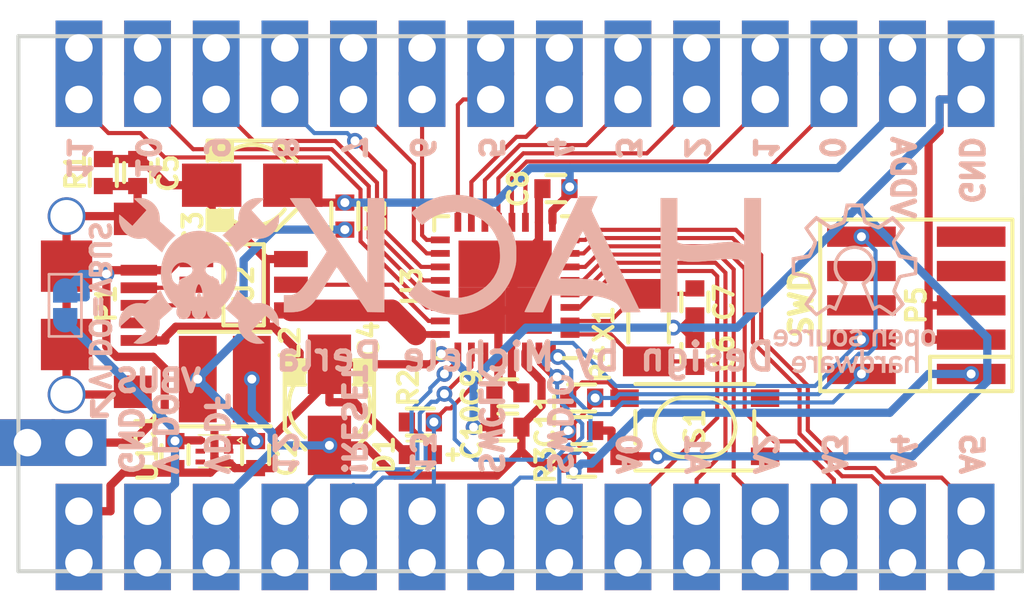
<source format=kicad_pcb>
(kicad_pcb (version 20171130) (host pcbnew "(5.1.12)-1")
  (layers (0 F.Cu signal) (31 B.Cu signal) (34 B.Paste user hide) (35 F.Paste user hide) (36 B.SilkS user hide) (37 F.SilkS user hide) (38 B.Mask user hide) (39 F.Mask user hide) (44 Edge.Cuts user))
  (net 0 "")
  (net 1 GND)
  (net 2 XIN32)
  (net 3 XOUT32)
  (net 4 !RESET)
  (net 5 "Net-(P1-Pad2)")
  (net 6 "Net-(P1-Pad3)")
  (net 7 "Net-(R4-Pad2)")
  (net 8 PA30/SWCLK)
  (net 9 PA31/SWDIO)
  (net 10 VDDF)
  (net 11 VDDANA)
  (net 12 VDD)
  (net 13 VBUS)
  (net 14 USB-D-)
  (net 15 USB-D+)
  (net 16 "Net-(D1-Pad1)")
  (net 17 VLDO)
  (net 18 PA02/A0)
  (net 19 PA03/A1)
  (net 20 PA04/A2)
  (net 21 PA05/A3)
  (net 22 PA06/A4)
  (net 23 PA07/A5)
  (net 24 PA28/13)
  (net 25 PA08/0)
  (net 26 PA09/1)
  (net 27 PA10/2)
  (net 28 PA11/3)
  (net 29 PA14/4)
  (net 30 PA15/5)
  (net 31 PA16/6)
  (net 32 PA17/7)
  (net 33 PA18/8)
  (net 34 PA19/9)
  (net 35 PA22/10)
  (net 36 PA23/11)
  (net 37 PA27/12)
  (net 38 /shield)
  (net 39 /VDDCORE)
  (net 40 "Net-(P1-Pad4)")
  (net 41 "Net-(S1-Pad2)")
  (net 42 "Net-(S1-Pad4)")
  (net 43 "Net-(U1-Pad5)")
  (net 44 "Net-(U1-Pad4)")
  (net 45 "Net-(P5-Pad6)")
  (net 46 "Net-(P5-Pad7)")
  (net 47 "Net-(P5-Pad8)")
  (net 48 "Net-(P5-Pad9)")
  (module Pin_Castellated_1x01 (layer F.Cu) (at 154.94 91.44 180)
    (fp_text reference P4 hide)
    (fp_text value CONN_01X01)
    (pad 1 thru_hole rect (at 0 0 180) (size 2.032 1.7272) (drill 1.016) (layers *.Cu *.Mask) (net 13 VBUS))
    (pad 1 thru_hole rect (at 1.905 0 180) (size 2.032 1.7272) (drill 1.016) (layers *.Cu *.Mask) (net 13 VBUS))
  )
  (module 10118193-0001LF (layer F.Cu) (at 154.483 86.36)
    (fp_text reference P1 (at 1.4732 -0.0635 270) (layer F.SilkS) (effects (font (size 0.7 0.7))))
    (fp_text value USB_micro)
    (pad 1 smd rect (at 2.675 -1.3) (size 1.35 0.4) (layers F.Cu F.Paste F.Mask) (net 13 VBUS) (clearance 0.0762))
    (pad 2 smd rect (at 2.675 -0.65) (size 1.35 0.4) (layers F.Cu F.Paste F.Mask) (net 5 "Net-(P1-Pad2)") (clearance 0.0762))
    (pad 3 smd rect (at 2.675 0) (size 1.35 0.4) (layers F.Cu F.Paste F.Mask) (net 6 "Net-(P1-Pad3)") (clearance 0.0762))
    (pad 4 smd rect (at 2.675 0.65) (size 1.35 0.4) (layers F.Cu F.Paste F.Mask) (net 40 "Net-(P1-Pad4)") (clearance 0.0762))
    (pad 5 smd rect (at 2.675 1.3) (size 1.35 0.4) (layers F.Cu F.Paste F.Mask) (net 1 GND) (clearance 0.0762))
    (pad 6 thru_hole circle (at 0 -3.3) (size 1.4 1.4) (drill 1.2) (layers *.Cu *.Mask) (net 38 /shield) (clearance 0.0762))
    (pad 6 thru_hole circle (at 0 3.3) (size 1.4 1.4) (drill 1.2) (layers *.Cu *.Mask) (net 38 /shield) (clearance 0.0762))
    (pad 6 smd rect (at 2.45 3.2) (size 1.4 1.2) (layers F.Cu F.Paste F.Mask) (net 38 /shield) (clearance 0.0762))
    (pad 6 smd rect (at 2.45 -3.2) (size 1.4 1.2) (layers F.Cu F.Paste F.Mask) (net 38 /shield) (clearance 0.0762))
    (pad 6 smd rect (at 0 1.45) (size 1.9 1.9) (layers F.Cu F.Paste F.Mask) (net 38 /shield) (clearance 0.0762))
    (pad 6 smd rect (at 0 -1.45) (size 1.9 1.9) (layers F.Cu F.Paste F.Mask) (net 38 /shield) (clearance 0.0762))
  )
  (module DFN-6-1EP_1.2x1.2mm_Pitch0.4mm (layer F.Cu) (at 159.956 91.7575 90)
    (fp_text reference U1 (at -0.4445 -2.4765 270) (layer F.SilkS) (effects (font (size 0.7 0.7))))
    (fp_text value MIC5528)
    (pad 3 smd rect (at -0.4 0.525 180) (size 0.35 0.18) (layers F.Cu F.Paste F.Mask) (net 1 GND) (clearance 0.0762))
    (pad 2 smd rect (at 0 0.525 180) (size 0.35 0.18) (layers F.Cu F.Paste F.Mask) (net 12 VDD) (clearance 0.0762))
    (pad 1 smd rect (at 0.4 0.525 180) (size 0.35 0.18) (layers F.Cu F.Paste F.Mask) (net 12 VDD) (clearance 0.0762))
    (pad 6 smd rect (at 0.4 -0.525 180) (size 0.35 0.18) (layers F.Cu F.Paste F.Mask) (net 17 VLDO) (clearance 0.0762))
    (pad 5 smd rect (at 0 -0.525 180) (size 0.35 0.18) (layers F.Cu F.Paste F.Mask) (net 43 "Net-(U1-Pad5)") (clearance 0.0762))
    (pad 4 smd rect (at -0.4 -0.525 180) (size 0.35 0.18) (layers F.Cu F.Paste F.Mask) (net 44 "Net-(U1-Pad4)") (clearance 0.0762))
    (pad 7 smd rect (at 0 0 180) (size 0.3 1.5) (layers F.Cu F.Paste F.Mask) (net 1 GND) (clearance 0.0762))
  )
  (module hack-footprints:OSHW-LOGO (layer B.Cu) (at 183.642 85.725 180)
    (fp_text reference LOGO1 hide)
    (fp_text value OSHW hide)
  )
  (module SPST-PTS_810 (layer F.Cu) (at 177.733 90.873 90)
    (fp_text reference S1 (at 0 0 270) (layer F.SilkS) (effects (font (size 0.7 0.7))))
    (fp_text value RST)
    (pad 1 smd rect (at -1.075 -2.6 180) (size 1.05 0.65) (layers F.Cu F.Paste F.Mask) (net 1 GND) (clearance 0.0762))
    (pad 2 smd rect (at -1.075 2.6 180) (size 1.05 0.65) (layers F.Cu F.Paste F.Mask) (net 41 "Net-(S1-Pad2)") (clearance 0.0762))
    (pad 4 smd rect (at 1.075 2.6 180) (size 1.05 0.65) (layers F.Cu F.Paste F.Mask) (net 42 "Net-(S1-Pad4)") (clearance 0.0762))
    (pad 3 smd rect (at 1.075 -2.6 180) (size 1.05 0.65) (layers F.Cu F.Paste F.Mask) (net 7 "Net-(R4-Pad2)") (clearance 0.0762))
  )
  (module xtal_3.2x1.5mm (layer F.Cu) (at 176.022 87.1855 180)
    (fp_text reference X1 (at 1.651 0.127 90) (layer F.SilkS) (effects (font (size 0.7 0.7))))
    (fp_text value ABS07)
    (pad 1 smd rect (at 0 -1.25 180) (size 1.9 1.1) (layers F.Cu F.Paste F.Mask) (net 2 XIN32) (clearance 0.0762))
    (pad 2 smd rect (at 0 1.25 180) (size 1.9 1.1) (layers F.Cu F.Paste F.Mask) (net 3 XOUT32) (clearance 0.0762))
  )
  (module TSOP-6 (layer F.Cu) (at 161.036 85.598 270)
    (fp_text reference U2 (at 0 0 270) (layer F.SilkS) (effects (font (size 0.7 0.7))))
    (fp_text value STF202 hide)
    (pad 6 smd rect (at -0.95 -1.75 270) (size 0.6 1.25) (layers F.Cu F.Paste F.Mask) (net 1 GND))
    (pad 5 smd rect (at 0 -1.75 270) (size 0.6 1.25) (layers F.Cu F.Paste F.Mask) (net 14 USB-D-))
    (pad 4 smd rect (at 0.95 -1.75 270) (size 0.6 1.25) (layers F.Cu F.Paste F.Mask) (net 15 USB-D+))
    (pad 3 smd rect (at 0.95 1.75 270) (size 0.6 1.25) (layers F.Cu F.Paste F.Mask) (net 6 "Net-(P1-Pad3)"))
    (pad 2 smd rect (at 0 1.75 270) (size 0.6 1.25) (layers F.Cu F.Paste F.Mask) (net 5 "Net-(P1-Pad2)"))
    (pad 1 smd rect (at -0.95 1.75 270) (size 0.6 1.25) (layers F.Cu F.Paste F.Mask) (net 13 VBUS))
  )
  (module hack-footprints:c_elec_3x5.3 (layer F.Cu) (at 161.354 81.915 90)
    (fp_text reference C3 (at -1.651 -2.1971 270) (layer F.SilkS) (effects (font (size 0.7 0.7))))
    (fp_text value 10uF)
    (pad 1 smd rect (at 0 1.50114) (size 2.19964 1.6002) (layers F.Cu F.Paste F.Mask) (net 11 VDDANA))
    (pad 2 smd rect (at 0 -1.50114) (size 2.19964 1.6002) (layers F.Cu F.Paste F.Mask) (net 1 GND))
  )
  (module hack-footprints:c_elec_3x5.3 (layer F.Cu) (at 164.211 90.043)
    (fp_text reference C4 (at 1.4605 -2.413 90) (layer F.SilkS) (effects (font (size 0.7 0.7))))
    (fp_text value 10uF)
    (pad 1 smd rect (at 0 1.50114 270) (size 2.19964 1.6002) (layers F.Cu F.Paste F.Mask) (net 10 VDDF))
    (pad 2 smd rect (at 0 -1.50114 270) (size 2.19964 1.6002) (layers F.Cu F.Paste F.Mask) (net 1 GND))
  )
  (module hack-footprints:QFN-32-1EP_5x5mm_Pitch0.5mm (layer F.Cu) (at 170.714 85.688 180)
    (fp_text reference U3 (at 3.4555 0.0265 90) (layer F.SilkS) (effects (font (size 0.7 0.7))))
    (fp_text value ATSAMD21E)
    (pad 1 smd rect (at -2.4 -1.75 180) (size 0.7 0.25) (layers F.Cu F.Paste F.Mask) (net 2 XIN32))
    (pad 2 smd rect (at -2.4 -1.25 180) (size 0.7 0.25) (layers F.Cu F.Paste F.Mask) (net 3 XOUT32))
    (pad 3 smd rect (at -2.4 -0.75 180) (size 0.7 0.25) (layers F.Cu F.Paste F.Mask) (net 18 PA02/A0))
    (pad 4 smd rect (at -2.4 -0.25 180) (size 0.7 0.25) (layers F.Cu F.Paste F.Mask) (net 19 PA03/A1))
    (pad 5 smd rect (at -2.4 0.25 180) (size 0.7 0.25) (layers F.Cu F.Paste F.Mask) (net 20 PA04/A2))
    (pad 6 smd rect (at -2.4 0.75 180) (size 0.7 0.25) (layers F.Cu F.Paste F.Mask) (net 21 PA05/A3))
    (pad 7 smd rect (at -2.4 1.25 180) (size 0.7 0.25) (layers F.Cu F.Paste F.Mask) (net 22 PA06/A4))
    (pad 8 smd rect (at -2.4 1.75 180) (size 0.7 0.25) (layers F.Cu F.Paste F.Mask) (net 23 PA07/A5))
    (pad 9 smd rect (at -1.75 2.4 270) (size 0.7 0.25) (layers F.Cu F.Paste F.Mask) (net 11 VDDANA))
    (pad 10 smd rect (at -1.25 2.4 270) (size 0.7 0.25) (layers F.Cu F.Paste F.Mask) (net 1 GND))
    (pad 11 smd rect (at -0.75 2.4 270) (size 0.7 0.25) (layers F.Cu F.Paste F.Mask) (net 25 PA08/0))
    (pad 12 smd rect (at -0.25 2.4 270) (size 0.7 0.25) (layers F.Cu F.Paste F.Mask) (net 26 PA09/1))
    (pad 13 smd rect (at 0.25 2.4 270) (size 0.7 0.25) (layers F.Cu F.Paste F.Mask) (net 27 PA10/2))
    (pad 14 smd rect (at 0.75 2.4 270) (size 0.7 0.25) (layers F.Cu F.Paste F.Mask) (net 28 PA11/3))
    (pad 15 smd rect (at 1.25 2.4 270) (size 0.7 0.25) (layers F.Cu F.Paste F.Mask) (net 29 PA14/4))
    (pad 16 smd rect (at 1.75 2.4 270) (size 0.7 0.25) (layers F.Cu F.Paste F.Mask) (net 30 PA15/5))
    (pad 17 smd rect (at 2.4 1.75 180) (size 0.7 0.25) (layers F.Cu F.Paste F.Mask) (net 31 PA16/6))
    (pad 18 smd rect (at 2.4 1.25 180) (size 0.7 0.25) (layers F.Cu F.Paste F.Mask) (net 32 PA17/7))
    (pad 19 smd rect (at 2.4 0.75 180) (size 0.7 0.25) (layers F.Cu F.Paste F.Mask) (net 33 PA18/8))
    (pad 20 smd rect (at 2.4 0.25 180) (size 0.7 0.25) (layers F.Cu F.Paste F.Mask) (net 34 PA19/9))
    (pad 21 smd rect (at 2.4 -0.25 180) (size 0.7 0.25) (layers F.Cu F.Paste F.Mask) (net 35 PA22/10))
    (pad 22 smd rect (at 2.4 -0.75 180) (size 0.7 0.25) (layers F.Cu F.Paste F.Mask) (net 36 PA23/11))
    (pad 23 smd rect (at 2.4 -1.25 180) (size 0.7 0.25) (layers F.Cu F.Paste F.Mask) (net 14 USB-D-))
    (pad 24 smd rect (at 2.4 -1.75 180) (size 0.7 0.25) (layers F.Cu F.Paste F.Mask) (net 15 USB-D+))
    (pad 25 smd rect (at 1.75 -2.4 270) (size 0.7 0.25) (layers F.Cu F.Paste F.Mask) (net 37 PA27/12))
    (pad 26 smd rect (at 1.25 -2.4 270) (size 0.7 0.25) (layers F.Cu F.Paste F.Mask) (net 4 !RESET))
    (pad 27 smd rect (at 0.75 -2.4 270) (size 0.7 0.25) (layers F.Cu F.Paste F.Mask) (net 24 PA28/13))
    (pad 28 smd rect (at 0.25 -2.4 270) (size 0.7 0.25) (layers F.Cu F.Paste F.Mask) (net 1 GND))
    (pad 29 smd rect (at -0.25 -2.4 270) (size 0.7 0.25) (layers F.Cu F.Paste F.Mask) (net 39 /VDDCORE))
    (pad 30 smd rect (at -0.75 -2.4 270) (size 0.7 0.25) (layers F.Cu F.Paste F.Mask) (net 10 VDDF))
    (pad 31 smd rect (at -1.25 -2.4 270) (size 0.7 0.25) (layers F.Cu F.Paste F.Mask) (net 8 PA30/SWCLK))
    (pad 32 smd rect (at -1.75 -2.4 270) (size 0.7 0.25) (layers F.Cu F.Paste F.Mask) (net 9 PA31/SWDIO))
    (pad 33 smd rect (at 0.8625 0.8625 180) (size 1.725 1.725) (layers F.Cu F.Paste F.Mask) (net 1 GND))
    (pad 33 smd rect (at 0.8625 -0.8625 180) (size 1.725 1.725) (layers F.Cu F.Paste F.Mask) (net 1 GND))
    (pad 33 smd rect (at -0.8625 0.8625 180) (size 1.725 1.725) (layers F.Cu F.Paste F.Mask) (net 1 GND))
    (pad 33 smd rect (at -0.8625 -0.8625 180) (size 1.725 1.725) (layers F.Cu F.Paste F.Mask) (net 1 GND))
  )
  (module hack-footprints:HACKADAY-LOGO (layer B.Cu) (at 159.385 85.09 180)
    (fp_text reference LOGO2 hide)
    (fp_text value HACKADAY hide)
  )
  (module hack-footprints:R_0603 (layer F.Cu) (at 173.546 89.789 180)
    (fp_text reference R4 (at -0.6985 1.27 270) (layer F.SilkS) (effects (font (size 0.7 0.7))))
    (fp_text value 330)
    (pad 1 smd rect (at -0.5 0 180) (size 0.6 0.7) (layers F.Cu F.Paste F.Mask) (net 4 !RESET) (clearance 0.0762))
    (pad 2 smd rect (at 0.5 0 180) (size 0.6 0.7) (layers F.Cu F.Paste F.Mask) (net 7 "Net-(R4-Pad2)") (clearance 0.0762))
  )
  (module hack-footprints:R_0603 (layer F.Cu) (at 173.546 92.202 180)
    (fp_text reference R3 (at 1.3335 -0.0635 270) (layer F.SilkS) (effects (font (size 0.7 0.7))))
    (fp_text value 10k)
    (pad 1 smd rect (at -0.5 0 180) (size 0.6 0.7) (layers F.Cu F.Paste F.Mask) (net 4 !RESET) (clearance 0.0762))
    (pad 2 smd rect (at 0.5 0 180) (size 0.6 0.7) (layers F.Cu F.Paste F.Mask) (net 10 VDDF) (clearance 0.0762))
  )
  (module hack-footprints:R_0603 (layer F.Cu) (at 167.576 90.678 180)
    (fp_text reference R2 (at 0.4445 1.27 270) (layer F.SilkS) (effects (font (size 0.7 0.7))))
    (fp_text value 330)
    (pad 1 smd rect (at -0.5 0 180) (size 0.6 0.7) (layers F.Cu F.Paste F.Mask) (net 24 PA28/13) (clearance 0.0762))
    (pad 2 smd rect (at 0.5 0 180) (size 0.6 0.7) (layers F.Cu F.Paste F.Mask) (net 16 "Net-(D1-Pad1)") (clearance 0.0762))
  )
  (module hack-footprints:R_0603 (layer F.Cu) (at 155.842 81.4451 270)
    (fp_text reference R1 (at -0.0381 1.0287 90) (layer F.SilkS) (effects (font (size 0.7 0.7))))
    (fp_text value 1M)
    (pad 1 smd rect (at -0.5 0 270) (size 0.6 0.7) (layers F.Cu F.Paste F.Mask) (net 1 GND) (clearance 0.0762))
    (pad 2 smd rect (at 0.5 0 270) (size 0.6 0.7) (layers F.Cu F.Paste F.Mask) (net 38 /shield) (clearance 0.0762))
  )
  (module hack-footprints:C_0603 (layer F.Cu) (at 158.496 91.8845 270)
    (fp_text reference C1 (at -0.889 1.0795 270) (layer F.SilkS) (effects (font (size 0.7 0.7))))
    (fp_text value 2.2uF)
    (pad 1 smd rect (at -0.5 0 270) (size 0.6 0.7) (layers F.Cu F.Paste F.Mask) (net 17 VLDO))
    (pad 2 smd rect (at 0.5 0 270) (size 0.6 0.7) (layers F.Cu F.Paste F.Mask) (net 1 GND))
  )
  (module hack-footprints:C_0603 (layer F.Cu) (at 161.48 91.8845 270)
    (fp_text reference C2 (at 0.127 -1.143 270) (layer F.SilkS) (effects (font (size 0.7 0.7))))
    (fp_text value 2.2uF)
    (pad 1 smd rect (at -0.5 0 270) (size 0.6 0.7) (layers F.Cu F.Paste F.Mask) (net 12 VDD))
    (pad 2 smd rect (at 0.5 0 270) (size 0.6 0.7) (layers F.Cu F.Paste F.Mask) (net 1 GND))
  )
  (module hack-footprints:C_0603 (layer F.Cu) (at 173.546 90.9955)
    (fp_text reference C11 (at -1.3335 -0.381 270) (layer F.SilkS) (effects (font (size 0.7 0.7))))
    (fp_text value 100nF)
    (pad 1 smd rect (at -0.5 0) (size 0.6 0.7) (layers F.Cu F.Paste F.Mask) (net 4 !RESET))
    (pad 2 smd rect (at 0.5 0) (size 0.6 0.7) (layers F.Cu F.Paste F.Mask) (net 1 GND))
  )
  (module hack-footprints:C_0603 (layer F.Cu) (at 170.815 90.8685 180)
    (fp_text reference C10 (at 1.3335 -0.1905 270) (layer F.SilkS) (effects (font (size 0.7 0.7))))
    (fp_text value 100nF)
    (pad 1 smd rect (at -0.5 0 180) (size 0.6 0.7) (layers F.Cu F.Paste F.Mask) (net 10 VDDF))
    (pad 2 smd rect (at 0.5 0 180) (size 0.6 0.7) (layers F.Cu F.Paste F.Mask) (net 1 GND))
  )
  (module hack-footprints:C_0603 (layer F.Cu) (at 172.593 82.042 180)
    (fp_text reference C8 (at 1.397 0 270) (layer F.SilkS) (effects (font (size 0.7 0.7))))
    (fp_text value 100nF)
    (pad 1 smd rect (at -0.5 0 180) (size 0.6 0.7) (layers F.Cu F.Paste F.Mask) (net 11 VDDANA))
    (pad 2 smd rect (at 0.5 0 180) (size 0.6 0.7) (layers F.Cu F.Paste F.Mask) (net 1 GND))
  )
  (module hack-footprints:C_0603 (layer F.Cu) (at 177.736 86.233 270)
    (fp_text reference C7 (at 0.0127 -1.0795 270) (layer F.SilkS) (effects (font (size 0.7 0.7))))
    (fp_text value 10pF)
    (pad 1 smd rect (at -0.5 0 270) (size 0.6 0.7) (layers F.Cu F.Paste F.Mask) (net 3 XOUT32))
    (pad 2 smd rect (at 0.5 0 270) (size 0.6 0.7) (layers F.Cu F.Paste F.Mask) (net 1 GND))
  )
  (module hack-footprints:C_0603 (layer F.Cu) (at 177.736 88.138 90)
    (fp_text reference C6 (at 0 1.0795 90) (layer F.SilkS) (effects (font (size 0.7 0.7))))
    (fp_text value 10pF)
    (pad 1 smd rect (at -0.5 0 90) (size 0.6 0.7) (layers F.Cu F.Paste F.Mask) (net 2 XIN32))
    (pad 2 smd rect (at 0.5 0 90) (size 0.6 0.7) (layers F.Cu F.Paste F.Mask) (net 1 GND))
  )
  (module hack-footprints:C_0603 (layer F.Cu) (at 157.112 81.4451 270)
    (fp_text reference C5 (at 0.0254 -1.1303 270) (layer F.SilkS) (effects (font (size 0.7 0.7))))
    (fp_text value 4.7nF)
    (pad 1 smd rect (at -0.5 0 270) (size 0.6 0.7) (layers F.Cu F.Paste F.Mask) (net 1 GND))
    (pad 2 smd rect (at 0.5 0 270) (size 0.6 0.7) (layers F.Cu F.Paste F.Mask) (net 38 /shield))
  )
  (module hack-footprints:C_0603 (layer F.Cu) (at 170.815 89.5985 180)
    (fp_text reference C9 (at 1.3335 0.1905 270) (layer F.SilkS) (effects (font (size 0.7 0.7))))
    (fp_text value 100nF)
    (pad 1 smd rect (at -0.5 0 180) (size 0.6 0.7) (layers F.Cu F.Paste F.Mask) (net 39 /VDDCORE))
    (pad 2 smd rect (at 0.5 0 180) (size 0.6 0.7) (layers F.Cu F.Paste F.Mask) (net 1 GND))
  )
  (module hack-footprints:LED_0603 (layer F.Cu) (at 167.576 91.8845 180)
    (fp_text reference D1 (at 1.3335 0 270) (layer F.SilkS) (effects (font (size 0.7 0.7))))
    (fp_text value RED)
    (pad 1 smd rect (at -0.5 0 180) (size 0.6 0.7) (layers F.Cu F.Paste F.Mask) (net 16 "Net-(D1-Pad1)"))
    (pad 2 smd rect (at 0.5 0 180) (size 0.6 0.7) (layers F.Cu F.Paste F.Mask) (net 1 GND))
  )
  (module hack-footprints:ELLVFG (layer F.Cu) (at 160.338 89.0905)
    (fp_text reference L2 (at 2.413 -1.3335 90) (layer F.SilkS) (effects (font (size 0.7 0.7))))
    (fp_text value 10uH hide)
    (pad 1 smd trapezoid (at -1 0) (size 1.4 3.2) (layers F.Cu F.Paste F.Mask) (net 12 VDD))
    (pad 2 smd trapezoid (at 1 0) (size 1.4 3.2) (layers F.Cu F.Paste F.Mask) (net 10 VDDF))
  )
  (module hack-footprints:L_0603 (layer F.Cu) (at 164.782 83.058 90)
    (fp_text reference L1 (at 0 1.143 90) (layer F.SilkS) (effects (font (size 0.7 0.7))))
    (fp_text value BLM18EG221)
    (pad 1 smd rect (at -0.5 0 90) (size 0.6 0.7) (layers F.Cu F.Paste F.Mask) (net 12 VDD) (clearance 0.0762))
    (pad 2 smd rect (at 0.5 0 90) (size 0.6 0.7) (layers F.Cu F.Paste F.Mask) (net 11 VDDANA) (clearance 0.0762))
  )
  (module hack-footprints:SMD_Jumper (layer B.Cu) (at 154.432 86.36 270)
    (fp_text reference JP1 hide)
    (fp_text value Jumper_NO_Small)
    (pad 2 smd circle (at 0.55 0 270) (size 0.9 0.9) (layers B.Cu B.Mask) (net 17 VLDO))
    (pad 1 smd rect (at -0.3 0 270) (size 0.4 0.9) (layers B.Cu B.Mask) (net 13 VBUS))
    (pad 2 smd rect (at 0.3 0 270) (size 0.4 0.9) (layers B.Cu B.Mask) (net 17 VLDO))
    (pad 1 smd circle (at -0.55 0 270) (size 0.9 0.9) (layers B.Cu B.Mask) (net 13 VBUS))
  )
  (module hack-footprints:HACK-small (layer B.Cu) (at 171.45 84.455 180)
    (fp_text reference LOGO3 hide)
    (fp_text value HACK hide)
  )
  (module hack-footprints:Pin_Castellated_1x14 (layer B.Cu) (at 154.94 93.98 270)
    (fp_text reference P2 hide)
    (fp_text value CONN_01X14)
    (pad 13 thru_hole rect (at 1.905 -30.48 270) (size 2.032 1.7272) (drill 1.016) (layers *.Cu *.Mask) (net 22 PA06/A4))
    (pad 12 thru_hole rect (at 1.905 -27.94 270) (size 2.032 1.7272) (drill 1.016) (layers *.Cu *.Mask) (net 21 PA05/A3))
    (pad 11 thru_hole rect (at 1.905 -25.4 270) (size 2.032 1.7272) (drill 1.016) (layers *.Cu *.Mask) (net 20 PA04/A2))
    (pad 10 thru_hole rect (at 1.905 -22.86 270) (size 2.032 1.7272) (drill 1.016) (layers *.Cu *.Mask) (net 19 PA03/A1))
    (pad 9 thru_hole rect (at 1.905 -20.32 270) (size 2.032 1.7272) (drill 1.016) (layers *.Cu *.Mask) (net 18 PA02/A0))
    (pad 8 thru_hole rect (at 1.905 -17.78 270) (size 2.032 1.7272) (drill 1.016) (layers *.Cu *.Mask) (net 9 PA31/SWDIO))
    (pad 7 thru_hole rect (at 1.905 -15.24 270) (size 2.032 1.7272) (drill 1.016) (layers *.Cu *.Mask) (net 8 PA30/SWCLK))
    (pad 6 thru_hole rect (at 1.905 -12.7 270) (size 2.032 1.7272) (drill 1.016) (layers *.Cu *.Mask) (net 24 PA28/13))
    (pad 5 thru_hole rect (at 1.905 -10.16 270) (size 2.032 1.7272) (drill 1.016) (layers *.Cu *.Mask) (net 4 !RESET))
    (pad 4 thru_hole rect (at 1.905 -7.62 270) (size 2.032 1.7272) (drill 1.016) (layers *.Cu *.Mask) (net 37 PA27/12))
    (pad 3 thru_hole rect (at 1.905 -5.08 270) (size 2.032 1.7272) (drill 1.016) (layers *.Cu *.Mask) (net 10 VDDF))
    (pad 2 thru_hole rect (at 1.905 -2.54 270) (size 2.032 1.7272) (drill 1.016) (layers *.Cu *.Mask) (net 17 VLDO))
    (pad 1 thru_hole rect (at 1.905 0 270) (size 2.032 1.7272) (drill 1.016) (layers *.Cu *.Mask) (net 1 GND))
    (pad 1 thru_hole rect (at 0 0 270) (size 2.032 1.7272) (drill 1.016) (layers *.Cu *.Mask) (net 1 GND))
    (pad 2 thru_hole rect (at 0 -2.54 270) (size 2.032 1.7272) (drill 1.016) (layers *.Cu *.Mask) (net 17 VLDO))
    (pad 3 thru_hole rect (at 0 -5.08 270) (size 2.032 1.7272) (drill 1.016) (layers *.Cu *.Mask) (net 10 VDDF))
    (pad 4 thru_hole rect (at 0 -7.62 270) (size 2.032 1.7272) (drill 1.016) (layers *.Cu *.Mask) (net 37 PA27/12))
    (pad 5 thru_hole rect (at 0 -10.16 270) (size 2.032 1.7272) (drill 1.016) (layers *.Cu *.Mask) (net 4 !RESET))
    (pad 6 thru_hole rect (at 0 -12.7 270) (size 2.032 1.7272) (drill 1.016) (layers *.Cu *.Mask) (net 24 PA28/13))
    (pad 7 thru_hole rect (at 0 -15.24 270) (size 2.032 1.7272) (drill 1.016) (layers *.Cu *.Mask) (net 8 PA30/SWCLK))
    (pad 8 thru_hole rect (at 0 -17.78 270) (size 2.032 1.7272) (drill 1.016) (layers *.Cu *.Mask) (net 9 PA31/SWDIO))
    (pad 9 thru_hole rect (at 0 -20.32 270) (size 2.032 1.7272) (drill 1.016) (layers *.Cu *.Mask) (net 18 PA02/A0))
    (pad 10 thru_hole rect (at 0 -22.86 270) (size 2.032 1.7272) (drill 1.016) (layers *.Cu *.Mask) (net 19 PA03/A1))
    (pad 11 thru_hole rect (at 0 -25.4 270) (size 2.032 1.7272) (drill 1.016) (layers *.Cu *.Mask) (net 20 PA04/A2))
    (pad 12 thru_hole rect (at 0 -27.94 270) (size 2.032 1.7272) (drill 1.016) (layers *.Cu *.Mask) (net 21 PA05/A3))
    (pad 13 thru_hole rect (at 0 -30.48 270) (size 2.032 1.7272) (drill 1.016) (layers *.Cu *.Mask) (net 22 PA06/A4))
    (pad 14 thru_hole rect (at 1.905 -33.02 270) (size 2.032 1.7272) (drill 1.016) (layers *.Cu *.Mask) (net 23 PA07/A5))
    (pad 14 thru_hole rect (at 0 -33.02 270) (size 2.032 1.7272) (drill 1.016) (layers *.Cu *.Mask) (net 23 PA07/A5))
  )
  (module hack-footprints:Pin_Castellated_1x14 (layer B.Cu) (at 154.94 76.835 270)
    (fp_text reference P3 hide)
    (fp_text value CONN_01X14)
    (pad 13 thru_hole rect (at 1.905 -30.48 270) (size 2.032 1.7272) (drill 1.016) (layers *.Cu *.Mask) (net 11 VDDANA))
    (pad 12 thru_hole rect (at 1.905 -27.94 270) (size 2.032 1.7272) (drill 1.016) (layers *.Cu *.Mask) (net 25 PA08/0))
    (pad 11 thru_hole rect (at 1.905 -25.4 270) (size 2.032 1.7272) (drill 1.016) (layers *.Cu *.Mask) (net 26 PA09/1))
    (pad 10 thru_hole rect (at 1.905 -22.86 270) (size 2.032 1.7272) (drill 1.016) (layers *.Cu *.Mask) (net 27 PA10/2))
    (pad 9 thru_hole rect (at 1.905 -20.32 270) (size 2.032 1.7272) (drill 1.016) (layers *.Cu *.Mask) (net 28 PA11/3))
    (pad 8 thru_hole rect (at 1.905 -17.78 270) (size 2.032 1.7272) (drill 1.016) (layers *.Cu *.Mask) (net 29 PA14/4))
    (pad 7 thru_hole rect (at 1.905 -15.24 270) (size 2.032 1.7272) (drill 1.016) (layers *.Cu *.Mask) (net 30 PA15/5))
    (pad 6 thru_hole rect (at 1.905 -12.7 270) (size 2.032 1.7272) (drill 1.016) (layers *.Cu *.Mask) (net 31 PA16/6))
    (pad 5 thru_hole rect (at 1.905 -10.16 270) (size 2.032 1.7272) (drill 1.016) (layers *.Cu *.Mask) (net 32 PA17/7))
    (pad 4 thru_hole rect (at 1.905 -7.62 270) (size 2.032 1.7272) (drill 1.016) (layers *.Cu *.Mask) (net 33 PA18/8))
    (pad 3 thru_hole rect (at 1.905 -5.08 270) (size 2.032 1.7272) (drill 1.016) (layers *.Cu *.Mask) (net 34 PA19/9))
    (pad 2 thru_hole rect (at 1.905 -2.54 270) (size 2.032 1.7272) (drill 1.016) (layers *.Cu *.Mask) (net 35 PA22/10))
    (pad 1 thru_hole rect (at 1.905 0 270) (size 2.032 1.7272) (drill 1.016) (layers *.Cu *.Mask) (net 36 PA23/11))
    (pad 1 thru_hole rect (at 0 0 270) (size 2.032 1.7272) (drill 1.016) (layers *.Cu *.Mask) (net 36 PA23/11))
    (pad 2 thru_hole rect (at 0 -2.54 270) (size 2.032 1.7272) (drill 1.016) (layers *.Cu *.Mask) (net 35 PA22/10))
    (pad 3 thru_hole rect (at 0 -5.08 270) (size 2.032 1.7272) (drill 1.016) (layers *.Cu *.Mask) (net 34 PA19/9))
    (pad 4 thru_hole rect (at 0 -7.62 270) (size 2.032 1.7272) (drill 1.016) (layers *.Cu *.Mask) (net 33 PA18/8))
    (pad 5 thru_hole rect (at 0 -10.16 270) (size 2.032 1.7272) (drill 1.016) (layers *.Cu *.Mask) (net 32 PA17/7))
    (pad 6 thru_hole rect (at 0 -12.7 270) (size 2.032 1.7272) (drill 1.016) (layers *.Cu *.Mask) (net 31 PA16/6))
    (pad 7 thru_hole rect (at 0 -15.24 270) (size 2.032 1.7272) (drill 1.016) (layers *.Cu *.Mask) (net 30 PA15/5))
    (pad 8 thru_hole rect (at 0 -17.78 270) (size 2.032 1.7272) (drill 1.016) (layers *.Cu *.Mask) (net 29 PA14/4))
    (pad 9 thru_hole rect (at 0 -20.32 270) (size 2.032 1.7272) (drill 1.016) (layers *.Cu *.Mask) (net 28 PA11/3))
    (pad 10 thru_hole rect (at 0 -22.86 270) (size 2.032 1.7272) (drill 1.016) (layers *.Cu *.Mask) (net 27 PA10/2))
    (pad 11 thru_hole rect (at 0 -25.4 270) (size 2.032 1.7272) (drill 1.016) (layers *.Cu *.Mask) (net 26 PA09/1))
    (pad 12 thru_hole rect (at 0 -27.94 270) (size 2.032 1.7272) (drill 1.016) (layers *.Cu *.Mask) (net 25 PA08/0))
    (pad 13 thru_hole rect (at 0 -30.48 270) (size 2.032 1.7272) (drill 1.016) (layers *.Cu *.Mask) (net 11 VDDANA))
    (pad 14 thru_hole rect (at 1.905 -33.02 270) (size 2.032 1.7272) (drill 1.016) (layers *.Cu *.Mask) (net 1 GND))
    (pad 14 thru_hole rect (at 0 -33.02 270) (size 2.032 1.7272) (drill 1.016) (layers *.Cu *.Mask) (net 1 GND))
  )
  (module hack-footprints:Cortex_Debug_Connector_50mils (layer F.Cu) (at 185.93 88.9 180)
    (fp_text reference P5 (at 0 2.54 270) (layer F.SilkS) (effects (font (size 0.7 0.7))))
    (fp_text value CONN_SWD)
    (pad 1 smd rect (at -2.03 0 180) (size 2.54 0.75) (layers F.Cu F.Paste F.Mask) (net 10 VDDF) (clearance 0.0762))
    (pad 3 smd rect (at -2.03 1.27 180) (size 2.54 0.75) (layers F.Cu F.Paste F.Mask) (net 1 GND) (clearance 0.0762))
    (pad 5 smd rect (at -2.03 2.54 180) (size 2.54 0.75) (layers F.Cu F.Paste F.Mask) (net 1 GND) (clearance 0.0762))
    (pad 7 smd rect (at -2.03 3.81 180) (size 2.54 0.75) (layers F.Cu F.Paste F.Mask) (net 46 "Net-(P5-Pad7)") (clearance 0.0762))
    (pad 9 smd rect (at -2.03 5.08 180) (size 2.54 0.75) (layers F.Cu F.Paste F.Mask) (net 48 "Net-(P5-Pad9)") (clearance 0.0762))
    (pad 2 smd rect (at 2.03 0 180) (size 2.54 0.75) (layers F.Cu F.Paste F.Mask) (net 9 PA31/SWDIO) (clearance 0.0762))
    (pad 4 smd rect (at 2.03 1.27 180) (size 2.54 0.75) (layers F.Cu F.Paste F.Mask) (net 8 PA30/SWCLK) (clearance 0.0762))
    (pad 8 smd rect (at 2.03 3.81 180) (size 2.54 0.75) (layers F.Cu F.Paste F.Mask) (net 47 "Net-(P5-Pad8)") (clearance 0.0762))
    (pad 6 smd rect (at 2.03 2.54 180) (size 2.54 0.75) (layers F.Cu F.Paste F.Mask) (net 45 "Net-(P5-Pad6)") (clearance 0.0762))
    (pad 10 smd rect (at 2.03 5.08 180) (size 2.54 0.75) (layers F.Cu F.Paste F.Mask) (net 4 !RESET) (clearance 0.0762))
  )
  (gr_text SWD (at 181.6735 86.2965 90) (layer F.SilkS) (effects (font (size 0.8 0.8) (thickness 0.2))))
  (gr_text GND (at 187.96 80.01 270) (layer B.SilkS) (effects (font (size 0.8 0.8) (thickness 0.2)) (justify right mirror)))
  (gr_text 0 (at 182.88 80.01 90) (layer B.SilkS) (effects (font (size 0.8 0.8) (thickness 0.2)) (justify left mirror)))
  (gr_text A5 (at 187.96 92.71 270) (layer B.SilkS) (effects (font (size 0.8 0.8) (thickness 0.2)) (justify left mirror)))
  (gr_text GND (at 156.845 92.71 270) (layer B.SilkS) (effects (font (size 0.8 0.8) (thickness 0.2)) (justify left mirror)))
  (gr_text VLDO=VBUS (at 155.702 86.36 270) (layer B.SilkS) (effects (font (size 0.7 0.7) (thickness 0.175)) (justify mirror)))
  (gr_text VDDA (at 185.42 80.01 270) (layer B.SilkS) (effects (font (size 0.8 0.8) (thickness 0.2)) (justify right mirror)))
  (gr_text 1 (at 180.34 80.01 270) (layer B.SilkS) (effects (font (size 0.8 0.8) (thickness 0.2)) (justify right mirror)))
  (gr_text 2 (at 177.8 80.01 270) (layer B.SilkS) (effects (font (size 0.8 0.8) (thickness 0.2)) (justify right mirror)))
  (gr_text 3 (at 175.26 80.01 270) (layer B.SilkS) (effects (font (size 0.8 0.8) (thickness 0.2)) (justify right mirror)))
  (gr_text 4 (at 172.72 80.01 270) (layer B.SilkS) (effects (font (size 0.8 0.8) (thickness 0.2)) (justify right mirror)))
  (gr_text 5 (at 170.18 80.01 270) (layer B.SilkS) (effects (font (size 0.8 0.8) (thickness 0.2)) (justify right mirror)))
  (gr_text 6 (at 167.64 80.01 270) (layer B.SilkS) (effects (font (size 0.8 0.8) (thickness 0.2)) (justify right mirror)))
  (gr_text 7 (at 165.1 80.01 270) (layer B.SilkS) (effects (font (size 0.8 0.8) (thickness 0.2)) (justify right mirror)))
  (gr_text 8 (at 162.56 80.01 270) (layer B.SilkS) (effects (font (size 0.8 0.8) (thickness 0.2)) (justify right mirror)))
  (gr_text 9 (at 160.02 80.01 270) (layer B.SilkS) (effects (font (size 0.8 0.8) (thickness 0.2)) (justify right mirror)))
  (gr_text 10 (at 157.48 80.01 270) (layer B.SilkS) (effects (font (size 0.8 0.8) (thickness 0.2)) (justify right mirror)))
  (gr_text 11 (at 154.94 80.01 270) (layer B.SilkS) (effects (font (size 0.8 0.8) (thickness 0.2)) (justify right mirror)))
  (gr_text A4 (at 185.42 92.71 270) (layer B.SilkS) (effects (font (size 0.8 0.8) (thickness 0.2)) (justify left mirror)))
  (gr_text A3 (at 182.88 92.71 270) (layer B.SilkS) (effects (font (size 0.8 0.8) (thickness 0.2)) (justify left mirror)))
  (gr_text A2 (at 180.34 92.71 270) (layer B.SilkS) (effects (font (size 0.8 0.8) (thickness 0.2)) (justify left mirror)))
  (gr_text A1 (at 177.8 92.71 270) (layer B.SilkS) (effects (font (size 0.8 0.8) (thickness 0.2)) (justify left mirror)))
  (gr_text A0 (at 175.26 92.71 270) (layer B.SilkS) (effects (font (size 0.8 0.8) (thickness 0.2)) (justify left mirror)))
  (gr_text SWDIO (at 172.72 92.71 270) (layer B.SilkS) (effects (font (size 0.8 0.8) (thickness 0.2)) (justify left mirror)))
  (gr_text SWCLK (at 170.18 92.71 270) (layer B.SilkS) (effects (font (size 0.8 0.8) (thickness 0.2)) (justify left mirror)))
  (gr_text 13 (at 167.64 92.71 270) (layer B.SilkS) (effects (font (size 0.8 0.8) (thickness 0.2)) (justify left mirror)))
  (gr_text !RESET (at 165.1 92.71 270) (layer B.SilkS) (effects (font (size 0.8 0.8) (thickness 0.2)) (justify left mirror)))
  (gr_text 12 (at 162.56 92.71 270) (layer B.SilkS) (effects (font (size 0.8 0.8) (thickness 0.2)) (justify left mirror)))
  (gr_text VDDF (at 160.02 92.71 270) (layer B.SilkS) (effects (font (size 0.8 0.8) (thickness 0.2)) (justify left mirror)))
  (gr_text VLDO (at 158.115 92.71 270) (layer B.SilkS) (effects (font (size 0.8 0.8) (thickness 0.2)) (justify left mirror)))
  (gr_text VBUS (at 156.21 89.154) (layer B.SilkS) (effects (font (size 0.8 0.8) (thickness 0.2)) (justify right mirror)))
  (gr_text "Design by Michele Perla" (at 171.45 88.265) (layer B.SilkS) (effects (font (size 1 1) (thickness 0.2)) (justify mirror)))
  (gr_line (start 155.448 90.424) (end 155.956 90.424) (layer B.SilkS) (width 0.2))
  (gr_line (start 155.448 90.424) (end 155.448 89.916) (layer B.SilkS) (width 0.2))
  (gr_line (start 156.21 89.662) (end 155.448 90.424) (layer B.SilkS) (width 0.2))
  (gr_line (start 152.7 96.2) (end 152.7 76.4) (layer Edge.Cuts) (width 0.15))
  (gr_line (start 189.865 96.2) (end 152.7 96.2) (layer Edge.Cuts) (width 0.15))
  (gr_line (start 189.83 76.4) (end 189.865 96.2) (layer Edge.Cuts) (width 0.15))
  (gr_line (start 152.7 76.4) (end 189.83 76.4) (layer Edge.Cuts) (width 0.15))
  (segment (start 161.8561 87.153) (end 162.1463 87.153) (width 0.3048) (layer F.Cu) (net 1))
  (segment (start 162.1463 87.153) (end 163.106 88.1127) (width 0.3048) (layer F.Cu) (net 1))
  (segment (start 163.106 88.1127) (end 163.106 88.5419) (width 0.3048) (layer F.Cu) (net 1))
  (segment (start 158.1379 87.66) (end 158.1379 87.5384) (width 0.3048) (layer F.Cu) (net 1))
  (segment (start 158.1379 87.5384) (end 158.5233 87.153) (width 0.3048) (layer F.Cu) (net 1))
  (segment (start 158.5233 87.153) (end 161.8561 87.153) (width 0.3048) (layer F.Cu) (net 1))
  (segment (start 161.8561 84.648) (end 161.8561 87.153) (width 0.3048) (layer F.Cu) (net 1))
  (segment (start 164.211 88.5419) (end 163.106 88.5419) (width 0.3048) (layer F.Cu) (net 1))
  (segment (start 160.146 92.208) (end 159.956 92.0181) (width 0.3048) (layer F.Cu) (net 1))
  (segment (start 159.956 92.0181) (end 159.956 91.7575) (width 0.3048) (layer F.Cu) (net 1))
  (segment (start 160.5287 92.2052) (end 160.5258 92.2081) (width 0.3048) (layer F.Cu) (net 1))
  (segment (start 160.5258 92.2081) (end 160.146 92.2081) (width 0.3048) (layer F.Cu) (net 1))
  (segment (start 160.146 92.2081) (end 160.146 92.208) (width 0.3048) (layer F.Cu) (net 1))
  (segment (start 157.7933 92.5525) (end 159.8015 92.5525) (width 0.3048) (layer F.Cu) (net 1))
  (segment (start 159.8015 92.5525) (end 160.146 92.208) (width 0.3048) (layer F.Cu) (net 1))
  (segment (start 183.7442 82.7367) (end 179.2953 87.1856) (width 0.3048) (layer B.Cu) (net 1))
  (segment (start 179.2953 87.1856) (end 176.9393 87.1856) (width 0.3048) (layer B.Cu) (net 1))
  (segment (start 186.7915 78.74) (end 186.7915 79.6894) (width 0.3048) (layer B.Cu) (net 1))
  (segment (start 186.7915 79.6894) (end 183.7442 82.7367) (width 0.3048) (layer B.Cu) (net 1))
  (segment (start 183.7442 82.7367) (end 188.5571 87.5497) (width 0.3048) (layer B.Cu) (net 1))
  (segment (start 188.5571 87.5497) (end 188.5571 89.1746) (width 0.3048) (layer B.Cu) (net 1))
  (segment (start 188.5571 89.1746) (end 185.7837 91.948) (width 0.3048) (layer B.Cu) (net 1))
  (segment (start 185.7837 91.948) (end 176.3586 91.948) (width 0.3048) (layer B.Cu) (net 1))
  (segment (start 175.133 91.948) (end 176.3586 91.948) (width 0.3048) (layer F.Cu) (net 1))
  (segment (start 174.6509 90.9955) (end 174.6509 91.4659) (width 0.3048) (layer F.Cu) (net 1))
  (segment (start 174.6509 91.4659) (end 175.133 91.948) (width 0.3048) (layer F.Cu) (net 1))
  (segment (start 157.158 87.66) (end 158.1379 87.66) (width 0.3048) (layer F.Cu) (net 1))
  (segment (start 161.9705 84.648) (end 161.8561 84.648) (width 0.3048) (layer F.Cu) (net 1))
  (segment (start 162.786 84.648) (end 161.9705 84.648) (width 0.3048) (layer F.Cu) (net 1))
  (segment (start 159.8529 81.915) (end 159.8529 83.02) (width 0.3048) (layer F.Cu) (net 1))
  (segment (start 159.8529 83.02) (end 160.2281 83.02) (width 0.3048) (layer F.Cu) (net 1))
  (segment (start 160.2281 83.02) (end 161.8561 84.648) (width 0.3048) (layer F.Cu) (net 1))
  (segment (start 157.112 80.9451) (end 157.2423 80.9451) (width 0.3048) (layer F.Cu) (net 1))
  (segment (start 157.2423 80.9451) (end 158.2122 81.915) (width 0.3048) (layer F.Cu) (net 1))
  (segment (start 158.2122 81.915) (end 159.8529 81.915) (width 0.3048) (layer F.Cu) (net 1))
  (segment (start 161.48 92.3845) (end 162.1349 92.3845) (width 0.3048) (layer F.Cu) (net 1))
  (segment (start 164.211 89.2442) (end 164.0919 89.2442) (width 0.3048) (layer F.Cu) (net 1))
  (segment (start 164.0919 89.2442) (end 162.1349 91.2012) (width 0.3048) (layer F.Cu) (net 1))
  (segment (start 162.1349 91.2012) (end 162.1349 92.3845) (width 0.3048) (layer F.Cu) (net 1))
  (segment (start 164.211 89.2442) (end 164.211 89.9466) (width 0.3048) (layer F.Cu) (net 1))
  (segment (start 164.211 88.5419) (end 164.211 89.2442) (width 0.3048) (layer F.Cu) (net 1))
  (segment (start 169.5457 89.1287) (end 168.578 88.161) (width 0.3048) (layer B.Cu) (net 1))
  (segment (start 168.578 88.161) (end 168.3502 88.161) (width 0.3048) (layer B.Cu) (net 1))
  (segment (start 169.5457 90.8685) (end 169.5457 89.1287) (width 0.3048) (layer B.Cu) (net 1))
  (segment (start 176.9393 87.1856) (end 171.4888 87.1856) (width 0.3048) (layer B.Cu) (net 1))
  (segment (start 171.4888 87.1856) (end 169.5457 89.1287) (width 0.3048) (layer B.Cu) (net 1))
  (segment (start 164.211 88.5419) (end 167.9693 88.5419) (width 0.3048) (layer F.Cu) (net 1))
  (segment (start 167.9693 88.5419) (end 168.3502 88.161) (width 0.3048) (layer F.Cu) (net 1))
  (segment (start 171.0203 86.5505) (end 170.464 86.5505) (width 0.3048) (layer F.Cu) (net 1))
  (segment (start 171.5765 86.5505) (end 171.0203 86.5505) (width 0.3048) (layer F.Cu) (net 1))
  (segment (start 171.0203 84.8255) (end 171.5765 84.8255) (width 0.3048) (layer F.Cu) (net 1))
  (segment (start 171.0203 84.8255) (end 171.0814 84.8255) (width 0.3048) (layer F.Cu) (net 1))
  (segment (start 171.0814 84.8255) (end 171.964 83.9429) (width 0.3048) (layer F.Cu) (net 1))
  (segment (start 169.8515 84.8255) (end 171.0203 84.8255) (width 0.3048) (layer F.Cu) (net 1))
  (segment (start 171.0203 86.5505) (end 171.0203 84.8255) (width 0.3048) (layer F.Cu) (net 1))
  (segment (start 171.964 83.288) (end 171.964 83.9429) (width 0.3048) (layer F.Cu) (net 1))
  (segment (start 170.464 86.5505) (end 169.8515 86.5505) (width 0.3048) (layer F.Cu) (net 1))
  (segment (start 170.464 86.5505) (end 170.464 88.088) (width 0.3048) (layer F.Cu) (net 1))
  (segment (start 155.842 80.9451) (end 157.112 80.9451) (width 0.3048) (layer F.Cu) (net 1))
  (segment (start 160.5287 92.2052) (end 160.481 92.1575) (width 0.1798) (layer F.Cu) (net 1))
  (segment (start 160.5764 92.2529) (end 160.5287 92.2052) (width 0.1798) (layer F.Cu) (net 1))
  (segment (start 158.496 92.3845) (end 157.7933 92.3845) (width 0.3048) (layer F.Cu) (net 1))
  (segment (start 157.7933 92.3845) (end 157.7933 92.5525) (width 0.3048) (layer F.Cu) (net 1))
  (segment (start 156.1085 93.98) (end 156.1085 93.0306) (width 0.3048) (layer F.Cu) (net 1))
  (segment (start 156.1085 93.0306) (end 156.5866 92.5525) (width 0.3048) (layer F.Cu) (net 1))
  (segment (start 156.5866 92.5525) (end 157.7933 92.5525) (width 0.3048) (layer F.Cu) (net 1))
  (segment (start 161.48 92.3845) (end 160.708 92.3845) (width 0.3048) (layer F.Cu) (net 1))
  (segment (start 160.708 92.3845) (end 160.5764 92.2529) (width 0.3048) (layer F.Cu) (net 1))
  (segment (start 174.046 90.9955) (end 174.6509 90.9955) (width 0.3048) (layer F.Cu) (net 1))
  (segment (start 170.315 89.5985) (end 170.464 89.4495) (width 0.3048) (layer F.Cu) (net 1))
  (segment (start 170.464 89.4495) (end 170.464 88.088) (width 0.3048) (layer F.Cu) (net 1))
  (segment (start 170.315 89.5985) (end 170.315 90.8685) (width 0.3048) (layer F.Cu) (net 1))
  (segment (start 172.093 82.042) (end 171.964 82.171) (width 0.3048) (layer F.Cu) (net 1))
  (segment (start 171.964 82.171) (end 171.964 83.288) (width 0.3048) (layer F.Cu) (net 1))
  (segment (start 169.7101 90.8685) (end 169.5457 90.8685) (width 0.3048) (layer F.Cu) (net 1))
  (segment (start 170.315 90.8685) (end 169.7101 90.8685) (width 0.3048) (layer F.Cu) (net 1))
  (segment (start 177.2836 87.1856) (end 177.736 87.638) (width 0.3048) (layer F.Cu) (net 1))
  (segment (start 176.9393 87.1856) (end 177.2836 87.1856) (width 0.3048) (layer F.Cu) (net 1))
  (segment (start 177.2836 87.1856) (end 177.2836 87.1854) (width 0.3048) (layer F.Cu) (net 1))
  (segment (start 177.2836 87.1854) (end 177.736 86.733) (width 0.3048) (layer F.Cu) (net 1))
  (segment (start 167.076 91.8845) (end 165.1381 89.9466) (width 0.3048) (layer F.Cu) (net 1))
  (segment (start 165.1381 89.9466) (end 164.211 89.9466) (width 0.3048) (layer F.Cu) (net 1))
  (segment (start 154.94 93.98) (end 156.1085 93.98) (width 0.3048) (layer F.Cu) (net 1))
  (segment (start 187.96 78.74) (end 186.7915 78.74) (width 0.3048) (layer B.Cu) (net 1))
  (segment (start 187.96 78.74) (end 186.7915 78.74) (width 0.3048) (layer F.Cu) (net 1))
  (segment (start 186.3851 86.36) (end 186.3851 80.3149) (width 0.3048) (layer F.Cu) (net 1))
  (segment (start 186.3851 80.3149) (end 186.7915 79.9085) (width 0.3048) (layer F.Cu) (net 1))
  (segment (start 186.7915 79.9085) (end 186.7915 78.74) (width 0.3048) (layer F.Cu) (net 1))
  (segment (start 186.4995 86.36) (end 186.3851 86.36) (width 0.3048) (layer F.Cu) (net 1))
  (segment (start 187.96 86.36) (end 186.4995 86.36) (width 0.3048) (layer F.Cu) (net 1))
  (segment (start 187.96 87.63) (end 186.3851 87.63) (width 0.3048) (layer F.Cu) (net 1))
  (segment (start 186.3851 86.36) (end 186.3851 87.63) (width 0.3048) (layer F.Cu) (net 1))
  (via (at 176.3586 91.948) (size 0.5842) (layers F.Cu B.Cu) (net 1))
  (via (at 168.3502 88.161) (size 0.5842) (layers F.Cu B.Cu) (net 1))
  (via (at 169.5457 90.8685) (size 0.5842) (layers F.Cu B.Cu) (net 1))
  (via (at 176.9393 87.1856) (size 0.5842) (layers F.Cu B.Cu) (net 1))
  (segment (start 154.94 93.98) (end 154.94 95.82019) (width 0.3048) (layer F.Cu) (net 1))
  (segment (start 187.96 76.835) (end 187.96 78.74) (width 0.1524) (layer F.Cu) (net 1))
  (segment (start 176.022 88.4355) (end 175.622 88.4355) (width 0.1524) (layer F.Cu) (net 2))
  (segment (start 175.622 88.4355) (end 174.624 87.438) (width 0.1524) (layer F.Cu) (net 2))
  (segment (start 174.624 87.438) (end 173.114 87.438) (width 0.1524) (layer F.Cu) (net 2))
  (segment (start 176.022 88.4355) (end 177.534 88.4355) (width 0.1524) (layer F.Cu) (net 2))
  (segment (start 177.534 88.4355) (end 177.736 88.638) (width 0.1524) (layer F.Cu) (net 2))
  (segment (start 176.022 85.9355) (end 175.622 85.9355) (width 0.1524) (layer F.Cu) (net 3))
  (segment (start 175.622 85.9355) (end 174.62 86.938) (width 0.1524) (layer F.Cu) (net 3))
  (segment (start 174.62 86.938) (end 173.114 86.938) (width 0.1524) (layer F.Cu) (net 3))
  (segment (start 176.022 85.9355) (end 177.534 85.9355) (width 0.1524) (layer F.Cu) (net 3))
  (segment (start 177.534 85.9355) (end 177.736 85.733) (width 0.1524) (layer F.Cu) (net 3))
  (segment (start 165.24 93.8403) (end 165.1 93.98) (width 0.1524) (layer F.Cu) (net 4))
  (segment (start 165.1 93.98) (end 165.1 95.885) (width 0.1524) (layer F.Cu) (net 4))
  (segment (start 169.464 88.088) (end 169.464 88.6376) (width 0.1524) (layer F.Cu) (net 4))
  (segment (start 169.464 88.6376) (end 168.466 89.6366) (width 0.1524) (layer F.Cu) (net 4))
  (segment (start 165.1 93.0021) (end 165.1 93.98) (width 0.1524) (layer B.Cu) (net 4))
  (segment (start 168.466 89.6366) (end 168.173 89.9287) (width 0.1524) (layer B.Cu) (net 4))
  (segment (start 168.173 89.9287) (end 167.983 89.9287) (width 0.1524) (layer B.Cu) (net 4))
  (segment (start 167.983 89.9287) (end 167.556 90.3558) (width 0.1524) (layer B.Cu) (net 4))
  (segment (start 167.556 90.3558) (end 167.556 91.0383) (width 0.1524) (layer B.Cu) (net 4))
  (segment (start 167.556 91.0383) (end 167.772 91.2542) (width 0.1524) (layer B.Cu) (net 4))
  (segment (start 167.772 91.2542) (end 167.772 92.2608) (width 0.1524) (layer B.Cu) (net 4))
  (segment (start 167.772 92.2608) (end 167.297 92.7354) (width 0.1524) (layer B.Cu) (net 4))
  (segment (start 167.297 92.7354) (end 166.192 92.7354) (width 0.1524) (layer B.Cu) (net 4))
  (segment (start 166.192 92.7354) (end 165.1 93.8276) (width 0.1524) (layer B.Cu) (net 4))
  (segment (start 165.1 93.8276) (end 165.1 93.98) (width 0.1524) (layer B.Cu) (net 4))
  (segment (start 168.466 89.6366) (end 168.846 90.0176) (width 0.1524) (layer B.Cu) (net 4))
  (segment (start 168.846 90.0176) (end 168.846 91.313) (width 0.1524) (layer B.Cu) (net 4))
  (segment (start 168.846 91.313) (end 169.605 92.0716) (width 0.1524) (layer B.Cu) (net 4))
  (segment (start 169.605 92.0716) (end 172.088 92.0716) (width 0.1524) (layer B.Cu) (net 4))
  (segment (start 172.088 92.0716) (end 172.23 91.9305) (width 0.1524) (layer B.Cu) (net 4))
  (segment (start 172.23 91.9305) (end 173.046 91.1145) (width 0.1524) (layer B.Cu) (net 4))
  (segment (start 173.046 91.1145) (end 173.046 90.9955) (width 0.1524) (layer B.Cu) (net 4))
  (segment (start 173.046 90.9955) (end 173.046 91.152) (width 0.1524) (layer F.Cu) (net 4))
  (segment (start 173.046 91.152) (end 174.046 92.152) (width 0.1524) (layer F.Cu) (net 4))
  (segment (start 174.046 92.152) (end 174.046 92.202) (width 0.1524) (layer F.Cu) (net 4))
  (segment (start 173.046 90.9955) (end 173.046 90.9455) (width 0.1524) (layer F.Cu) (net 4))
  (segment (start 173.046 90.9455) (end 174.046 89.9455) (width 0.1524) (layer F.Cu) (net 4))
  (segment (start 174.046 89.9455) (end 174.046 89.789) (width 0.1524) (layer F.Cu) (net 4))
  (segment (start 174.046 89.789) (end 174.803 89.789) (width 0.1524) (layer B.Cu) (net 4))
  (segment (start 174.803 89.789) (end 174.942 89.6493) (width 0.1524) (layer B.Cu) (net 4))
  (segment (start 174.942 89.6493) (end 182.312 89.6493) (width 0.1524) (layer B.Cu) (net 4))
  (segment (start 182.312 89.6493) (end 183.81 88.1507) (width 0.1524) (layer B.Cu) (net 4))
  (segment (start 183.81 88.1507) (end 184.15 88.1507) (width 0.1524) (layer B.Cu) (net 4))
  (segment (start 184.15 88.1507) (end 184.421 87.8799) (width 0.1524) (layer B.Cu) (net 4))
  (segment (start 184.421 87.8799) (end 184.421 84.3407) (width 0.1524) (layer B.Cu) (net 4))
  (segment (start 184.421 84.3407) (end 183.9 83.82) (width 0.1524) (layer B.Cu) (net 4))
  (via (at 168.466 89.6366) (size 0.5842) (layers F.Cu B.Cu) (net 4))
  (via (at 173.046 90.9955) (size 0.5842) (layers F.Cu B.Cu) (net 4))
  (via (at 174.046 89.789) (size 0.5842) (layers F.Cu B.Cu) (net 4))
  (via (at 183.9 83.82) (size 0.5842) (layers F.Cu B.Cu) (net 4))
  (segment (start 157.862 85.71) (end 159.174 85.71) (width 0.1524) (layer F.Cu) (net 5))
  (segment (start 159.174 85.71) (end 159.286 85.598) (width 0.1524) (layer F.Cu) (net 5))
  (segment (start 157.539 85.71) (end 157.862 85.71) (width 0.1524) (layer F.Cu) (net 5))
  (segment (start 157.158 85.71) (end 157.539 85.71) (width 0.1524) (layer F.Cu) (net 5))
  (segment (start 157.539 85.71) (end 157.862 85.71) (width 0.1524) (layer F.Cu) (net 5))
  (segment (start 157.958 86.36) (end 159.098 86.36) (width 0.1524) (layer F.Cu) (net 6))
  (segment (start 159.098 86.36) (end 159.286 86.548) (width 0.1524) (layer F.Cu) (net 6))
  (segment (start 157.539 86.36) (end 157.958 86.36) (width 0.1524) (layer F.Cu) (net 6))
  (segment (start 157.539 86.36) (end 157.958 86.36) (width 0.1524) (layer F.Cu) (net 6))
  (segment (start 157.158 86.36) (end 157.539 86.36) (width 0.1524) (layer F.Cu) (net 6))
  (segment (start 173.046 89.7582) (end 173.046 89.789) (width 0.1524) (layer F.Cu) (net 7))
  (segment (start 175.133 89.798) (end 175.015 89.798) (width 0.1524) (layer F.Cu) (net 7))
  (segment (start 175.015 89.798) (end 175.015 89.697) (width 0.1524) (layer F.Cu) (net 7))
  (segment (start 175.015 89.697) (end 174.528 89.2104) (width 0.1524) (layer F.Cu) (net 7))
  (segment (start 174.528 89.2104) (end 173.563 89.2104) (width 0.1524) (layer F.Cu) (net 7))
  (segment (start 173.563 89.2104) (end 173.046 89.7275) (width 0.1524) (layer F.Cu) (net 7))
  (segment (start 173.046 89.7275) (end 173.046 89.7582) (width 0.1524) (layer F.Cu) (net 7))
  (segment (start 173.02 89.7582) (end 173.02 89.7275) (width 0.1524) (layer F.Cu) (net 7))
  (segment (start 173.02 89.789) (end 173.02 89.7582) (width 0.1524) (layer F.Cu) (net 7))
  (segment (start 173.02 89.7582) (end 173.046 89.7582) (width 0.1524) (layer F.Cu) (net 7))
  (segment (start 171.964 88.088) (end 171.964 88.5105) (width 0.1524) (layer F.Cu) (net 8))
  (segment (start 171.964 88.5105) (end 172.462 89.0076) (width 0.1524) (layer F.Cu) (net 8))
  (segment (start 172.462 89.0076) (end 172.638 89.0076) (width 0.1524) (layer F.Cu) (net 8))
  (segment (start 170.18 95.885) (end 170.18 93.98) (width 0.1524) (layer F.Cu) (net 8))
  (segment (start 172.638 89.0076) (end 172.638 89.8176) (width 0.1524) (layer B.Cu) (net 8))
  (segment (start 172.638 89.8176) (end 173.566 90.7456) (width 0.1524) (layer B.Cu) (net 8))
  (segment (start 173.566 90.7456) (end 173.566 91.2454) (width 0.1524) (layer B.Cu) (net 8))
  (segment (start 173.566 91.2454) (end 173.295 91.5162) (width 0.1524) (layer B.Cu) (net 8))
  (segment (start 173.295 91.5162) (end 173.075 91.5162) (width 0.1524) (layer B.Cu) (net 8))
  (segment (start 173.075 91.5162) (end 171.856 92.7354) (width 0.1524) (layer B.Cu) (net 8))
  (segment (start 171.856 92.7354) (end 171.272 92.7354) (width 0.1524) (layer B.Cu) (net 8))
  (segment (start 171.272 92.7354) (end 170.18 93.8276) (width 0.1524) (layer B.Cu) (net 8))
  (segment (start 170.18 93.8276) (end 170.18 93.98) (width 0.1524) (layer B.Cu) (net 8))
  (segment (start 172.638 89.0076) (end 172.145 88.5144) (width 0.1524) (layer B.Cu) (net 8))
  (segment (start 172.145 88.5144) (end 172.145 88.0216) (width 0.1524) (layer B.Cu) (net 8))
  (segment (start 172.145 88.0216) (end 172.416 87.7508) (width 0.1524) (layer B.Cu) (net 8))
  (segment (start 172.416 87.7508) (end 173.222 87.7508) (width 0.1524) (layer B.Cu) (net 8))
  (segment (start 173.222 87.7508) (end 174.816 89.3445) (width 0.1524) (layer B.Cu) (net 8))
  (segment (start 174.816 89.3445) (end 182.186 89.3445) (width 0.1524) (layer B.Cu) (net 8))
  (segment (start 182.186 89.3445) (end 183.9 87.63) (width 0.1524) (layer B.Cu) (net 8))
  (via (at 172.638 89.0076) (size 0.5842) (layers F.Cu B.Cu) (net 8))
  (via (at 183.9 87.63) (size 0.5842) (layers F.Cu B.Cu) (net 8))
  (segment (start 173.871 90.3851) (end 173.37 89.8843) (width 0.1524) (layer B.Cu) (net 9))
  (segment (start 172.72 93.8276) (end 172.72 92.3021) (width 0.1524) (layer B.Cu) (net 9))
  (segment (start 172.72 92.3021) (end 173.201 91.821) (width 0.1524) (layer B.Cu) (net 9))
  (segment (start 173.201 91.821) (end 173.422 91.821) (width 0.1524) (layer B.Cu) (net 9))
  (segment (start 173.422 91.821) (end 173.871 91.3717) (width 0.1524) (layer B.Cu) (net 9))
  (segment (start 173.871 91.3717) (end 173.871 90.3851) (width 0.1524) (layer B.Cu) (net 9))
  (segment (start 173.37 89.8843) (end 173.159 89.6731) (width 0.1524) (layer B.Cu) (net 9))
  (segment (start 173.159 89.6731) (end 173.159 88.7648) (width 0.1524) (layer B.Cu) (net 9))
  (segment (start 173.159 88.7648) (end 172.958 88.5636) (width 0.1524) (layer B.Cu) (net 9))
  (segment (start 172.958 88.5636) (end 172.666 88.2715) (width 0.1524) (layer B.Cu) (net 9))
  (segment (start 173.796 90.3097) (end 173.37 89.8843) (width 0.1524) (layer B.Cu) (net 9))
  (segment (start 172.72 93.98) (end 172.72 93.8276) (width 0.1524) (layer B.Cu) (net 9))
  (segment (start 172.464 88.088) (end 172.482 88.088) (width 0.1524) (layer F.Cu) (net 9))
  (segment (start 172.482 88.088) (end 172.666 88.2715) (width 0.1524) (layer F.Cu) (net 9))
  (segment (start 172.72 93.8276) (end 172.72 93.98) (width 0.1524) (layer B.Cu) (net 9))
  (segment (start 172.72 95.885) (end 172.72 93.98) (width 0.1524) (layer F.Cu) (net 9))
  (segment (start 173.871 90.3851) (end 174.638 90.3851) (width 0.1524) (layer B.Cu) (net 9))
  (segment (start 174.638 90.3851) (end 175.069 89.9541) (width 0.1524) (layer B.Cu) (net 9))
  (segment (start 175.069 89.9541) (end 182.846 89.9541) (width 0.1524) (layer B.Cu) (net 9))
  (segment (start 182.846 89.9541) (end 183.9 88.9) (width 0.1524) (layer B.Cu) (net 9))
  (via (at 172.666 88.2715) (size 0.5842) (layers F.Cu B.Cu) (net 9))
  (via (at 183.9 88.9) (size 0.5842) (layers F.Cu B.Cu) (net 9))
  (segment (start 162.303 91.5441) (end 164.211 91.5441) (width 0.3048) (layer B.Cu) (net 10))
  (segment (start 160.02 93.98) (end 160.02 93.8276) (width 0.3048) (layer B.Cu) (net 10))
  (segment (start 160.02 93.8276) (end 162.303 91.5441) (width 0.3048) (layer B.Cu) (net 10))
  (segment (start 171.315 90.8685) (end 171.315 91.7495) (width 0.3048) (layer F.Cu) (net 10))
  (segment (start 171.464 88.088) (end 171.464 88.5494) (width 0.3048) (layer F.Cu) (net 10))
  (segment (start 171.464 88.5494) (end 171.92 89.0047) (width 0.3048) (layer F.Cu) (net 10))
  (segment (start 171.92 89.0047) (end 171.92 89.0142) (width 0.3048) (layer F.Cu) (net 10))
  (segment (start 171.92 89.0142) (end 172.06 89.154) (width 0.3048) (layer F.Cu) (net 10))
  (segment (start 172.06 89.154) (end 172.06 90.0739) (width 0.3048) (layer F.Cu) (net 10))
  (segment (start 172.06 90.0739) (end 171.315 90.8185) (width 0.3048) (layer F.Cu) (net 10))
  (segment (start 171.315 90.8185) (end 171.315 90.8685) (width 0.3048) (layer F.Cu) (net 10))
  (segment (start 171.315 91.7495) (end 171.514 91.948) (width 0.3048) (layer F.Cu) (net 10))
  (segment (start 171.514 91.948) (end 171.768 92.202) (width 0.3048) (layer F.Cu) (net 10))
  (segment (start 171.768 92.202) (end 173.046 92.202) (width 0.3048) (layer F.Cu) (net 10))
  (segment (start 164.211 91.5441) (end 165.509 91.5441) (width 0.3048) (layer F.Cu) (net 10))
  (segment (start 165.509 91.5441) (end 166.624 92.6592) (width 0.3048) (layer F.Cu) (net 10))
  (segment (start 166.624 92.6592) (end 170.405 92.6592) (width 0.3048) (layer F.Cu) (net 10))
  (segment (start 170.405 92.6592) (end 171.315 91.7495) (width 0.3048) (layer F.Cu) (net 10))
  (segment (start 161.338 89.0905) (end 161.338 90.313) (width 0.3048) (layer B.Cu) (net 10))
  (segment (start 161.338 90.313) (end 162.077 91.0529) (width 0.3048) (layer B.Cu) (net 10))
  (segment (start 162.077 91.0529) (end 162.077 91.3181) (width 0.3048) (layer B.Cu) (net 10))
  (segment (start 162.077 91.3181) (end 162.303 91.5441) (width 0.3048) (layer B.Cu) (net 10))
  (segment (start 160.02 93.98) (end 160.02 95.885) (width 0.3048) (layer F.Cu) (net 10))
  (segment (start 173.046 92.202) (end 173.046 92.3054) (width 0.3048) (layer F.Cu) (net 10))
  (segment (start 173.046 92.3054) (end 173.249 92.5092) (width 0.3048) (layer F.Cu) (net 10))
  (segment (start 173.249 92.5092) (end 173.541 92.2171) (width 0.3048) (layer B.Cu) (net 10))
  (segment (start 173.541 92.2171) (end 173.911 92.2171) (width 0.3048) (layer B.Cu) (net 10))
  (segment (start 173.911 92.2171) (end 175.793 90.3351) (width 0.3048) (layer B.Cu) (net 10))
  (segment (start 175.793 90.3351) (end 184.95 90.3351) (width 0.3048) (layer B.Cu) (net 10))
  (segment (start 184.95 90.3351) (end 186.385 88.9) (width 0.3048) (layer B.Cu) (net 10))
  (segment (start 186.385 88.9) (end 187.96 88.9) (width 0.3048) (layer B.Cu) (net 10))
  (via (at 164.211 91.5441) (size 0.5842) (layers F.Cu B.Cu) (net 10))
  (via (at 161.338 89.0905) (size 0.5842) (layers F.Cu B.Cu) (net 10))
  (via (at 173.249 92.5092) (size 0.5842) (layers F.Cu B.Cu) (net 10))
  (via (at 187.96 88.9) (size 0.5842) (layers F.Cu B.Cu) (net 10))
  (segment (start 173.093 82.1412) (end 173.101 82.1332) (width 0.3048) (layer F.Cu) (net 11))
  (segment (start 173.101 82.1332) (end 173.101 81.9785) (width 0.3048) (layer F.Cu) (net 11))
  (segment (start 173.093 82.1412) (end 173.093 82.042) (width 0.3048) (layer F.Cu) (net 11))
  (segment (start 172.464 83.288) (end 172.464 82.869) (width 0.3048) (layer F.Cu) (net 11))
  (segment (start 172.464 82.869) (end 172.465 82.869) (width 0.3048) (layer F.Cu) (net 11))
  (segment (start 172.465 82.869) (end 172.784 82.5501) (width 0.3048) (layer F.Cu) (net 11))
  (segment (start 172.784 82.5501) (end 172.784 82.55) (width 0.3048) (layer F.Cu) (net 11))
  (segment (start 172.784 82.55) (end 173.093 82.2405) (width 0.3048) (layer F.Cu) (net 11))
  (segment (start 173.093 82.2405) (end 173.093 82.1412) (width 0.3048) (layer F.Cu) (net 11))
  (segment (start 162.8551 81.9151) (end 162.8551 81.915) (width 0.3048) (layer F.Cu) (net 11))
  (segment (start 164.782 82.558) (end 163.498 82.558) (width 0.3048) (layer F.Cu) (net 11))
  (segment (start 163.498 82.558) (end 162.8551 81.9151) (width 0.3048) (layer F.Cu) (net 11))
  (segment (start 162.8551 81.9151) (end 162.855 81.915) (width 0.3048) (layer F.Cu) (net 11))
  (segment (start 173.113 81.28) (end 183.032 81.28) (width 0.3048) (layer B.Cu) (net 11))
  (segment (start 183.032 81.28) (end 185.42 78.8924) (width 0.3048) (layer B.Cu) (net 11))
  (segment (start 185.42 78.8924) (end 185.42 78.74) (width 0.3048) (layer B.Cu) (net 11))
  (segment (start 164.782 82.558) (end 170.362 82.558) (width 0.3048) (layer B.Cu) (net 11))
  (segment (start 170.362 82.558) (end 171.64 81.28) (width 0.3048) (layer B.Cu) (net 11))
  (segment (start 171.64 81.28) (end 173.113 81.28) (width 0.3048) (layer B.Cu) (net 11))
  (segment (start 185.42 76.835) (end 185.42 78.74) (width 0.3048) (layer F.Cu) (net 11))
  (segment (start 173.101 81.9785) (end 173.101 81.2922) (width 0.3048) (layer B.Cu) (net 11))
  (segment (start 173.101 81.2922) (end 173.113 81.28) (width 0.3048) (layer B.Cu) (net 11))
  (via (at 164.782 82.558) (size 0.5842) (layers F.Cu B.Cu) (net 11))
  (via (at 173.101 81.9785) (size 0.5842) (layers F.Cu B.Cu) (net 11))
  (segment (start 160.968 91.3575) (end 160.482 91.3575) (width 0.3048) (layer F.Cu) (net 12))
  (segment (start 160.482 91.3575) (end 160.482 91.7003) (width 0.3048) (layer F.Cu) (net 12))
  (segment (start 161.48 91.3845) (end 161.454 91.3575) (width 0.3048) (layer F.Cu) (net 12))
  (segment (start 161.454 91.3575) (end 160.968 91.3575) (width 0.3048) (layer F.Cu) (net 12))
  (segment (start 160.968 91.3575) (end 160.481 91.3575) (width 0.3048) (layer F.Cu) (net 12))
  (segment (start 159.338 89.0905) (end 161.036 87.392) (width 0.3048) (layer B.Cu) (net 12))
  (segment (start 161.036 87.392) (end 161.036 84.6836) (width 0.3048) (layer B.Cu) (net 12))
  (segment (start 161.036 84.6836) (end 162.162 83.558) (width 0.3048) (layer B.Cu) (net 12))
  (segment (start 162.162 83.558) (end 164.782 83.558) (width 0.3048) (layer B.Cu) (net 12))
  (segment (start 161.48 91.3845) (end 161.43 91.3845) (width 0.3048) (layer F.Cu) (net 12))
  (segment (start 159.338 89.0905) (end 161.48 91.2335) (width 0.3048) (layer B.Cu) (net 12))
  (segment (start 161.48 91.2335) (end 161.48 91.3845) (width 0.3048) (layer B.Cu) (net 12))
  (via (at 159.338 89.0905) (size 0.5842) (layers F.Cu B.Cu) (net 12))
  (via (at 164.782 83.558) (size 0.5842) (layers F.Cu B.Cu) (net 12))
  (via (at 161.48 91.3845) (size 0.5842) (layers F.Cu B.Cu) (net 12))
  (segment (start 154.432 86.06) (end 155.1869 86.06) (width 0.3048) (layer B.Cu) (net 13))
  (segment (start 154.7365 85.5056) (end 155.0248 85.5056) (width 0.3048) (layer B.Cu) (net 13))
  (segment (start 155.0248 85.5056) (end 155.1869 85.6677) (width 0.3048) (layer B.Cu) (net 13))
  (segment (start 155.1869 85.6677) (end 155.1869 86.06) (width 0.3048) (layer B.Cu) (net 13))
  (segment (start 154.7365 85.5056) (end 154.432 85.81) (width 0.3048) (layer B.Cu) (net 13))
  (segment (start 155.956 85.2012) (end 155.041 85.2012) (width 0.3048) (layer B.Cu) (net 13))
  (segment (start 155.041 85.2012) (end 154.7365 85.5056) (width 0.3048) (layer B.Cu) (net 13))
  (segment (start 157.158 85.06) (end 156.097 85.06) (width 0.3048) (layer F.Cu) (net 13))
  (segment (start 156.097 85.06) (end 155.956 85.2012) (width 0.3048) (layer F.Cu) (net 13))
  (segment (start 157.158 85.06) (end 158.272 85.06) (width 0.3048) (layer F.Cu) (net 13))
  (segment (start 158.272 85.06) (end 158.684 84.648) (width 0.3048) (layer F.Cu) (net 13))
  (segment (start 158.684 84.648) (end 159.286 84.648) (width 0.3048) (layer F.Cu) (net 13))
  (segment (start 155.956 85.2012) (end 155.956 87.8818) (width 0.3048) (layer F.Cu) (net 13))
  (segment (start 155.956 87.8818) (end 156.339 88.265) (width 0.3048) (layer F.Cu) (net 13))
  (segment (start 156.339 88.265) (end 157.686 88.265) (width 0.3048) (layer F.Cu) (net 13))
  (segment (start 157.686 88.265) (end 158.115 88.6936) (width 0.3048) (layer F.Cu) (net 13))
  (segment (start 158.115 88.6936) (end 158.115 90.2264) (width 0.3048) (layer F.Cu) (net 13))
  (segment (start 158.115 90.2264) (end 156.901 91.44) (width 0.3048) (layer F.Cu) (net 13))
  (segment (start 156.901 91.44) (end 154.94 91.44) (width 0.3048) (layer F.Cu) (net 13))
  (segment (start 153.035 91.44) (end 154.94 91.44) (width 0.3048) (layer F.Cu) (net 13))
  (via (at 155.956 85.2012) (size 0.5842) (layers F.Cu B.Cu) (net 13))
  (segment (start 167.880934 86.938) (end 168.314 86.938) (width 0.1524) (layer F.Cu) (net 14))
  (segment (start 166.540934 85.598) (end 167.880934 86.938) (width 0.1524) (layer F.Cu) (net 14))
  (segment (start 162.786 85.598) (end 166.540934 85.598) (width 0.1524) (layer F.Cu) (net 14))
  (segment (start 167.4113 87.438) (end 166.5213 86.548) (width 0.8) (layer F.Cu) (net 15))
  (segment (start 166.5213 86.548) (end 162.786 86.548) (width 0.8) (layer F.Cu) (net 15))
  (segment (start 167.4113 87.438) (end 168.314 87.438) (width 0.2498) (layer F.Cu) (net 15))
  (segment (start 167.076 90.678) (end 167.076 90.728) (width 0.1524) (layer F.Cu) (net 16))
  (segment (start 167.076 90.728) (end 168.076 91.728) (width 0.1524) (layer F.Cu) (net 16))
  (segment (start 168.076 91.728) (end 168.076 91.8845) (width 0.1524) (layer F.Cu) (net 16))
  (segment (start 154.432 86.66) (end 154.432 86.91) (width 0.3048) (layer B.Cu) (net 17))
  (segment (start 158.496 91.3765) (end 158.496 91.3845) (width 0.3048) (layer F.Cu) (net 17))
  (segment (start 159.431 91.3575) (end 158.515 91.3575) (width 0.3048) (layer F.Cu) (net 17))
  (segment (start 158.515 91.3575) (end 158.496 91.3765) (width 0.3048) (layer F.Cu) (net 17))
  (segment (start 159.432 91.3575) (end 159.431 91.3575) (width 0.3048) (layer F.Cu) (net 17))
  (segment (start 154.432 86.91) (end 158.496 90.974) (width 0.3048) (layer B.Cu) (net 17))
  (segment (start 158.496 90.974) (end 158.496 91.3765) (width 0.3048) (layer B.Cu) (net 17))
  (segment (start 158.496 91.3765) (end 158.496 92.964) (width 0.3048) (layer B.Cu) (net 17))
  (segment (start 158.496 92.964) (end 157.48 93.98) (width 0.3048) (layer B.Cu) (net 17))
  (segment (start 157.48 93.98) (end 157.48 95.885) (width 0.3048) (layer F.Cu) (net 17))
  (via (at 158.496 91.3765) (size 0.5842) (layers F.Cu B.Cu) (net 17))
  (segment (start 173.114 86.438) (end 173.468 86.438) (width 0.1524) (layer F.Cu) (net 18))
  (segment (start 173.468 86.438) (end 174.816 85.09) (width 0.1524) (layer F.Cu) (net 18))
  (segment (start 174.816 85.09) (end 178.372 85.09) (width 0.1524) (layer F.Cu) (net 18))
  (segment (start 178.372 85.09) (end 178.562 85.2805) (width 0.1524) (layer F.Cu) (net 18))
  (segment (start 178.562 85.2805) (end 178.562 90.5256) (width 0.1524) (layer F.Cu) (net 18))
  (segment (start 178.562 90.5256) (end 175.26 93.8276) (width 0.1524) (layer F.Cu) (net 18))
  (segment (start 175.26 93.8276) (end 175.26 93.98) (width 0.1524) (layer F.Cu) (net 18))
  (segment (start 175.26 93.98) (end 175.26 95.885) (width 0.1524) (layer F.Cu) (net 18))
  (segment (start 173.114 85.938) (end 173.536 85.938) (width 0.1524) (layer F.Cu) (net 19))
  (segment (start 173.536 85.938) (end 174.689 84.7852) (width 0.1524) (layer F.Cu) (net 19))
  (segment (start 174.689 84.7852) (end 178.498 84.7852) (width 0.1524) (layer F.Cu) (net 19))
  (segment (start 178.498 84.7852) (end 178.867 85.1542) (width 0.1524) (layer F.Cu) (net 19))
  (segment (start 178.867 85.1542) (end 178.867 91.7448) (width 0.1524) (layer F.Cu) (net 19))
  (segment (start 178.867 91.7448) (end 177.8 92.8116) (width 0.1524) (layer F.Cu) (net 19))
  (segment (start 177.8 92.8116) (end 177.8 93.98) (width 0.1524) (layer F.Cu) (net 19))
  (segment (start 177.8 93.98) (end 177.8 95.885) (width 0.1524) (layer F.Cu) (net 19))
  (segment (start 173.114 85.438) (end 173.605 85.438) (width 0.1524) (layer F.Cu) (net 20))
  (segment (start 173.605 85.438) (end 174.563 84.4804) (width 0.1524) (layer F.Cu) (net 20))
  (segment (start 174.563 84.4804) (end 178.624 84.4804) (width 0.1524) (layer F.Cu) (net 20))
  (segment (start 178.624 84.4804) (end 179.172 85.028) (width 0.1524) (layer F.Cu) (net 20))
  (segment (start 179.172 85.028) (end 179.172 92.6592) (width 0.1524) (layer F.Cu) (net 20))
  (segment (start 179.172 92.6592) (end 180.34 93.8276) (width 0.1524) (layer F.Cu) (net 20))
  (segment (start 180.34 93.8276) (end 180.34 93.98) (width 0.1524) (layer F.Cu) (net 20))
  (segment (start 180.34 95.885) (end 180.34 93.98) (width 0.1524) (layer F.Cu) (net 20))
  (segment (start 173.114 84.938) (end 173.674 84.938) (width 0.1524) (layer F.Cu) (net 21))
  (segment (start 173.674 84.938) (end 174.437 84.1756) (width 0.1524) (layer F.Cu) (net 21))
  (segment (start 174.437 84.1756) (end 178.75 84.1756) (width 0.1524) (layer F.Cu) (net 21))
  (segment (start 178.75 84.1756) (end 179.579 85.0047) (width 0.1524) (layer F.Cu) (net 21))
  (segment (start 179.579 85.0047) (end 179.579 90.3059) (width 0.1524) (layer F.Cu) (net 21))
  (segment (start 179.579 90.3059) (end 180.668 91.3944) (width 0.1524) (layer F.Cu) (net 21))
  (segment (start 180.668 91.3944) (end 181.463 91.3944) (width 0.1524) (layer F.Cu) (net 21))
  (segment (start 181.463 91.3944) (end 182.88 92.8116) (width 0.1524) (layer F.Cu) (net 21))
  (segment (start 182.88 92.8116) (end 182.88 93.98) (width 0.1524) (layer F.Cu) (net 21))
  (segment (start 182.88 93.98) (end 182.88 95.885) (width 0.1524) (layer F.Cu) (net 21))
  (segment (start 185.42 93.98) (end 185.42 95.885) (width 0.1524) (layer F.Cu) (net 22))
  (segment (start 173.114 84.438) (end 173.617 84.438) (width 0.1524) (layer F.Cu) (net 22))
  (segment (start 173.617 84.438) (end 174.184 83.8708) (width 0.1524) (layer F.Cu) (net 22))
  (segment (start 174.184 83.8708) (end 179.129 83.8708) (width 0.1524) (layer F.Cu) (net 22))
  (segment (start 179.129 83.8708) (end 179.884 84.6259) (width 0.1524) (layer F.Cu) (net 22))
  (segment (start 179.884 84.6259) (end 179.884 87.7316) (width 0.1524) (layer F.Cu) (net 22))
  (segment (start 179.884 87.7316) (end 181.61 89.4574) (width 0.1524) (layer F.Cu) (net 22))
  (segment (start 181.61 89.4574) (end 181.61 91.1105) (width 0.1524) (layer F.Cu) (net 22))
  (segment (start 181.61 91.1105) (end 183.185 92.6853) (width 0.1524) (layer F.Cu) (net 22))
  (segment (start 183.185 92.6853) (end 184.278 92.6853) (width 0.1524) (layer F.Cu) (net 22))
  (segment (start 184.278 92.6853) (end 185.42 93.8276) (width 0.1524) (layer F.Cu) (net 22))
  (segment (start 185.42 93.8276) (end 185.42 93.98) (width 0.1524) (layer F.Cu) (net 22))
  (segment (start 187.96 93.98) (end 187.96 95.885) (width 0.1524) (layer F.Cu) (net 23))
  (segment (start 173.114 83.938) (end 173.686 83.938) (width 0.1524) (layer F.Cu) (net 23))
  (segment (start 173.686 83.938) (end 174.058 83.566) (width 0.1524) (layer F.Cu) (net 23))
  (segment (start 174.058 83.566) (end 179.255 83.566) (width 0.1524) (layer F.Cu) (net 23))
  (segment (start 179.255 83.566) (end 180.189 84.4997) (width 0.1524) (layer F.Cu) (net 23))
  (segment (start 180.189 84.4997) (end 180.189 87.6053) (width 0.1524) (layer F.Cu) (net 23))
  (segment (start 180.189 87.6053) (end 181.915 89.3311) (width 0.1524) (layer F.Cu) (net 23))
  (segment (start 181.915 89.3311) (end 181.915 90.9843) (width 0.1524) (layer F.Cu) (net 23))
  (segment (start 181.915 90.9843) (end 183.311 92.3805) (width 0.1524) (layer F.Cu) (net 23))
  (segment (start 183.311 92.3805) (end 184.404 92.3805) (width 0.1524) (layer F.Cu) (net 23))
  (segment (start 184.404 92.3805) (end 184.759 92.7354) (width 0.1524) (layer F.Cu) (net 23))
  (segment (start 184.759 92.7354) (end 186.868 92.7354) (width 0.1524) (layer F.Cu) (net 23))
  (segment (start 186.868 92.7354) (end 187.96 93.8276) (width 0.1524) (layer F.Cu) (net 23))
  (segment (start 187.96 93.8276) (end 187.96 93.98) (width 0.1524) (layer F.Cu) (net 23))
  (segment (start 169.964 88.088) (end 169.964 88.9082) (width 0.1524) (layer F.Cu) (net 24))
  (segment (start 169.964 88.9082) (end 168.697 90.1756) (width 0.1524) (layer F.Cu) (net 24))
  (segment (start 168.697 90.1756) (end 168.529 90.1756) (width 0.1524) (layer F.Cu) (net 24))
  (segment (start 168.529 90.1756) (end 168.076 90.628) (width 0.1524) (layer F.Cu) (net 24))
  (segment (start 168.076 90.628) (end 168.076 90.678) (width 0.1524) (layer F.Cu) (net 24))
  (segment (start 168.076 90.678) (end 168.076 93.5435) (width 0.1524) (layer B.Cu) (net 24))
  (segment (start 168.076 93.5435) (end 167.64 93.98) (width 0.1524) (layer B.Cu) (net 24))
  (segment (start 167.64 95.885) (end 167.64 93.98) (width 0.1524) (layer F.Cu) (net 24))
  (via (at 168.076 90.678) (size 0.5842) (layers F.Cu B.Cu) (net 24))
  (segment (start 171.464 83.288) (end 171.464 81.5195) (width 0.1524) (layer F.Cu) (net 25))
  (segment (start 171.464 81.5195) (end 171.64 81.3435) (width 0.1524) (layer F.Cu) (net 25))
  (segment (start 171.64 81.3435) (end 180.429 81.3435) (width 0.1524) (layer F.Cu) (net 25))
  (segment (start 180.429 81.3435) (end 182.88 78.8924) (width 0.1524) (layer F.Cu) (net 25))
  (segment (start 182.88 78.8924) (end 182.88 78.74) (width 0.1524) (layer F.Cu) (net 25))
  (segment (start 182.88 78.74) (end 182.88 76.835) (width 0.1524) (layer F.Cu) (net 25))
  (segment (start 170.964 83.288) (end 170.964 81.5884) (width 0.1524) (layer F.Cu) (net 26))
  (segment (start 170.964 81.5884) (end 171.514 81.0387) (width 0.1524) (layer F.Cu) (net 26))
  (segment (start 171.514 81.0387) (end 178.194 81.0387) (width 0.1524) (layer F.Cu) (net 26))
  (segment (start 178.194 81.0387) (end 180.34 78.8924) (width 0.1524) (layer F.Cu) (net 26))
  (segment (start 180.34 78.8924) (end 180.34 78.74) (width 0.1524) (layer F.Cu) (net 26))
  (segment (start 180.34 76.835) (end 180.34 78.74) (width 0.1524) (layer F.Cu) (net 26))
  (segment (start 170.464 83.288) (end 170.464 81.6574) (width 0.1524) (layer F.Cu) (net 27))
  (segment (start 170.464 81.6574) (end 171.388 80.7339) (width 0.1524) (layer F.Cu) (net 27))
  (segment (start 171.388 80.7339) (end 175.959 80.7339) (width 0.1524) (layer F.Cu) (net 27))
  (segment (start 175.959 80.7339) (end 177.8 78.8924) (width 0.1524) (layer F.Cu) (net 27))
  (segment (start 177.8 78.8924) (end 177.8 78.74) (width 0.1524) (layer F.Cu) (net 27))
  (segment (start 177.8 78.74) (end 177.8 76.835) (width 0.1524) (layer F.Cu) (net 27))
  (segment (start 169.964 83.288) (end 169.964 81.7263) (width 0.1524) (layer F.Cu) (net 28))
  (segment (start 169.964 81.7263) (end 171.262 80.4291) (width 0.1524) (layer F.Cu) (net 28))
  (segment (start 171.262 80.4291) (end 173.723 80.4291) (width 0.1524) (layer F.Cu) (net 28))
  (segment (start 173.723 80.4291) (end 175.26 78.8924) (width 0.1524) (layer F.Cu) (net 28))
  (segment (start 175.26 78.8924) (end 175.26 78.74) (width 0.1524) (layer F.Cu) (net 28))
  (segment (start 175.26 76.835) (end 175.26 78.74) (width 0.1524) (layer F.Cu) (net 28))
  (segment (start 172.72 78.74) (end 172.72 78.8924) (width 0.1524) (layer F.Cu) (net 29))
  (segment (start 172.72 78.8924) (end 171.488 80.1243) (width 0.1524) (layer F.Cu) (net 29))
  (segment (start 171.488 80.1243) (end 171.135 80.1243) (width 0.1524) (layer F.Cu) (net 29))
  (segment (start 171.135 80.1243) (end 169.464 81.7952) (width 0.1524) (layer F.Cu) (net 29))
  (segment (start 169.464 81.7952) (end 169.464 83.288) (width 0.1524) (layer F.Cu) (net 29))
  (segment (start 172.72 76.835) (end 172.72 78.74) (width 0.1524) (layer F.Cu) (net 29))
  (segment (start 168.964 83.288) (end 168.964 78.9395) (width 0.1524) (layer F.Cu) (net 30))
  (segment (start 168.964 78.9395) (end 169.164 78.74) (width 0.1524) (layer F.Cu) (net 30))
  (segment (start 169.164 78.74) (end 170.18 78.74) (width 0.1524) (layer F.Cu) (net 30))
  (segment (start 170.18 78.74) (end 170.18 76.835) (width 0.1524) (layer F.Cu) (net 30))
  (segment (start 168.314 83.938) (end 167.812 83.938) (width 0.1524) (layer F.Cu) (net 31))
  (segment (start 167.812 83.938) (end 167.64 83.7659) (width 0.1524) (layer F.Cu) (net 31))
  (segment (start 167.64 83.7659) (end 167.64 78.74) (width 0.1524) (layer F.Cu) (net 31))
  (segment (start 167.64 76.835) (end 167.64 78.74) (width 0.1524) (layer F.Cu) (net 31))
  (segment (start 168.314 84.438) (end 167.812 84.438) (width 0.1524) (layer F.Cu) (net 32))
  (segment (start 167.812 84.438) (end 167.335 83.9611) (width 0.1524) (layer F.Cu) (net 32))
  (segment (start 167.335 83.9611) (end 167.335 81.1276) (width 0.1524) (layer F.Cu) (net 32))
  (segment (start 167.335 81.1276) (end 165.1 78.8924) (width 0.1524) (layer F.Cu) (net 32))
  (segment (start 165.1 78.8924) (end 165.1 78.74) (width 0.1524) (layer F.Cu) (net 32))
  (segment (start 165.1 78.74) (end 165.1 76.835) (width 0.1524) (layer F.Cu) (net 32))
  (segment (start 168.314 84.938) (end 167.605 84.938) (width 0.1524) (layer F.Cu) (net 33))
  (segment (start 167.605 84.938) (end 166.276 83.6082) (width 0.1524) (layer F.Cu) (net 33))
  (segment (start 166.276 83.6082) (end 166.276 81.391) (width 0.1524) (layer F.Cu) (net 33))
  (segment (start 166.276 81.391) (end 165.156 80.2715) (width 0.1524) (layer F.Cu) (net 33))
  (segment (start 165.156 80.2715) (end 164.869 79.9846) (width 0.1524) (layer B.Cu) (net 33))
  (segment (start 164.869 79.9846) (end 163.652 79.9846) (width 0.1524) (layer B.Cu) (net 33))
  (segment (start 163.652 79.9846) (end 162.56 78.8924) (width 0.1524) (layer B.Cu) (net 33))
  (segment (start 162.56 78.8924) (end 162.56 78.74) (width 0.1524) (layer B.Cu) (net 33))
  (segment (start 162.56 78.74) (end 162.56 76.835) (width 0.1524) (layer F.Cu) (net 33))
  (via (at 165.156 80.2715) (size 0.5842) (layers F.Cu B.Cu) (net 33))
  (segment (start 160.02 78.74) (end 160.02 76.835) (width 0.1524) (layer F.Cu) (net 34))
  (segment (start 168.314 85.438) (end 167.674 85.438) (width 0.1524) (layer F.Cu) (net 34))
  (segment (start 167.674 85.438) (end 165.971 83.7345) (width 0.1524) (layer F.Cu) (net 34))
  (segment (start 165.971 83.7345) (end 165.971 81.8226) (width 0.1524) (layer F.Cu) (net 34))
  (segment (start 165.971 81.8226) (end 164.425 80.2767) (width 0.1524) (layer F.Cu) (net 34))
  (segment (start 164.425 80.2767) (end 161.404 80.2767) (width 0.1524) (layer F.Cu) (net 34))
  (segment (start 161.404 80.2767) (end 160.02 78.8924) (width 0.1524) (layer F.Cu) (net 34))
  (segment (start 160.02 78.8924) (end 160.02 78.74) (width 0.1524) (layer F.Cu) (net 34))
  (segment (start 168.314 85.938) (end 167.743 85.938) (width 0.1524) (layer F.Cu) (net 35))
  (segment (start 167.743 85.938) (end 165.666 83.8607) (width 0.1524) (layer F.Cu) (net 35))
  (segment (start 165.666 83.8607) (end 165.666 81.9489) (width 0.1524) (layer F.Cu) (net 35))
  (segment (start 165.666 81.9489) (end 164.299 80.5815) (width 0.1524) (layer F.Cu) (net 35))
  (segment (start 164.299 80.5815) (end 159.169 80.5815) (width 0.1524) (layer F.Cu) (net 35))
  (segment (start 159.169 80.5815) (end 157.48 78.8924) (width 0.1524) (layer F.Cu) (net 35))
  (segment (start 157.48 78.8924) (end 157.48 78.74) (width 0.1524) (layer F.Cu) (net 35))
  (segment (start 157.48 78.74) (end 157.48 76.835) (width 0.1524) (layer F.Cu) (net 35))
  (segment (start 168.314 86.438) (end 167.812 86.438) (width 0.1524) (layer F.Cu) (net 36))
  (segment (start 167.812 86.438) (end 165.361 83.987) (width 0.1524) (layer F.Cu) (net 36))
  (segment (start 165.361 83.987) (end 165.361 82.0751) (width 0.1524) (layer F.Cu) (net 36))
  (segment (start 165.361 82.0751) (end 164.172 80.8863) (width 0.1524) (layer F.Cu) (net 36))
  (segment (start 164.172 80.8863) (end 158.114 80.8863) (width 0.1524) (layer F.Cu) (net 36))
  (segment (start 158.114 80.8863) (end 157.213 79.9846) (width 0.1524) (layer F.Cu) (net 36))
  (segment (start 157.213 79.9846) (end 156.032 79.9846) (width 0.1524) (layer F.Cu) (net 36))
  (segment (start 156.032 79.9846) (end 154.94 78.8924) (width 0.1524) (layer F.Cu) (net 36))
  (segment (start 154.94 78.8924) (end 154.94 78.74) (width 0.1524) (layer F.Cu) (net 36))
  (segment (start 154.94 78.74) (end 154.94 76.835) (width 0.1524) (layer F.Cu) (net 36))
  (segment (start 168.964 88.088) (end 168.964 88.401) (width 0.1524) (layer F.Cu) (net 37))
  (segment (start 168.964 88.401) (end 168.466 88.9) (width 0.1524) (layer F.Cu) (net 37))
  (segment (start 168.466 88.9) (end 167.945 89.4207) (width 0.1524) (layer B.Cu) (net 37))
  (segment (start 167.945 89.4207) (end 167.945 89.5357) (width 0.1524) (layer B.Cu) (net 37))
  (segment (start 167.945 89.5357) (end 167.251 90.2295) (width 0.1524) (layer B.Cu) (net 37))
  (segment (start 167.251 90.2295) (end 167.251 91.1646) (width 0.1524) (layer B.Cu) (net 37))
  (segment (start 167.251 91.1646) (end 167.467 91.3804) (width 0.1524) (layer B.Cu) (net 37))
  (segment (start 167.467 91.3804) (end 167.467 92.1346) (width 0.1524) (layer B.Cu) (net 37))
  (segment (start 167.467 92.1346) (end 167.171 92.4306) (width 0.1524) (layer B.Cu) (net 37))
  (segment (start 167.171 92.4306) (end 165.99 92.4306) (width 0.1524) (layer B.Cu) (net 37))
  (segment (start 165.99 92.4306) (end 165.723 92.6973) (width 0.1524) (layer B.Cu) (net 37))
  (segment (start 165.723 92.6973) (end 163.69 92.6973) (width 0.1524) (layer B.Cu) (net 37))
  (segment (start 163.69 92.6973) (end 162.56 93.8276) (width 0.1524) (layer B.Cu) (net 37))
  (segment (start 162.56 93.8276) (end 162.56 93.98) (width 0.1524) (layer B.Cu) (net 37))
  (segment (start 162.56 95.885) (end 162.56 93.98) (width 0.1524) (layer F.Cu) (net 37))
  (via (at 168.466 88.9) (size 0.5842) (layers F.Cu B.Cu) (net 37))
  (segment (start 154.483 89.585) (end 154.483 87.81) (width 0.3048) (layer F.Cu) (net 38))
  (segment (start 154.483 89.66) (end 154.483 89.585) (width 0.3048) (layer F.Cu) (net 38))
  (segment (start 154.483 83.135) (end 154.483 83.06) (width 0.3048) (layer F.Cu) (net 38))
  (segment (start 154.483 84.91) (end 154.483 83.135) (width 0.3048) (layer F.Cu) (net 38))
  (segment (start 154.178 82.8302) (end 154.483 83.135) (width 0.3048) (layer F.Cu) (net 38))
  (segment (start 154.508 83.16) (end 154.483 83.135) (width 0.3048) (layer F.Cu) (net 38))
  (segment (start 154.508 89.56) (end 154.483 89.585) (width 0.3048) (layer F.Cu) (net 38))
  (segment (start 154.483 87.81) (end 154.483 84.91) (width 0.3048) (layer F.Cu) (net 38))
  (segment (start 155.842 81.9451) (end 157.112 81.9451) (width 0.3048) (layer F.Cu) (net 38))
  (segment (start 154.483 83.06) (end 156.833 83.06) (width 0.3048) (layer F.Cu) (net 38))
  (segment (start 156.833 83.06) (end 156.933 83.16) (width 0.3048) (layer F.Cu) (net 38))
  (segment (start 154.483 89.66) (end 156.833 89.66) (width 0.3048) (layer F.Cu) (net 38))
  (segment (start 156.833 89.66) (end 156.933 89.56) (width 0.3048) (layer F.Cu) (net 38))
  (segment (start 157.112 81.9451) (end 157.112 82.9811) (width 0.3048) (layer F.Cu) (net 38))
  (segment (start 157.112 82.9811) (end 156.933 83.16) (width 0.3048) (layer F.Cu) (net 38))
  (segment (start 170.964 88.088) (end 170.964 89.248) (width 0.3048) (layer F.Cu) (net 39))
  (segment (start 170.964 89.248) (end 171.315 89.5985) (width 0.3048) (layer F.Cu) (net 39))
)
</source>
